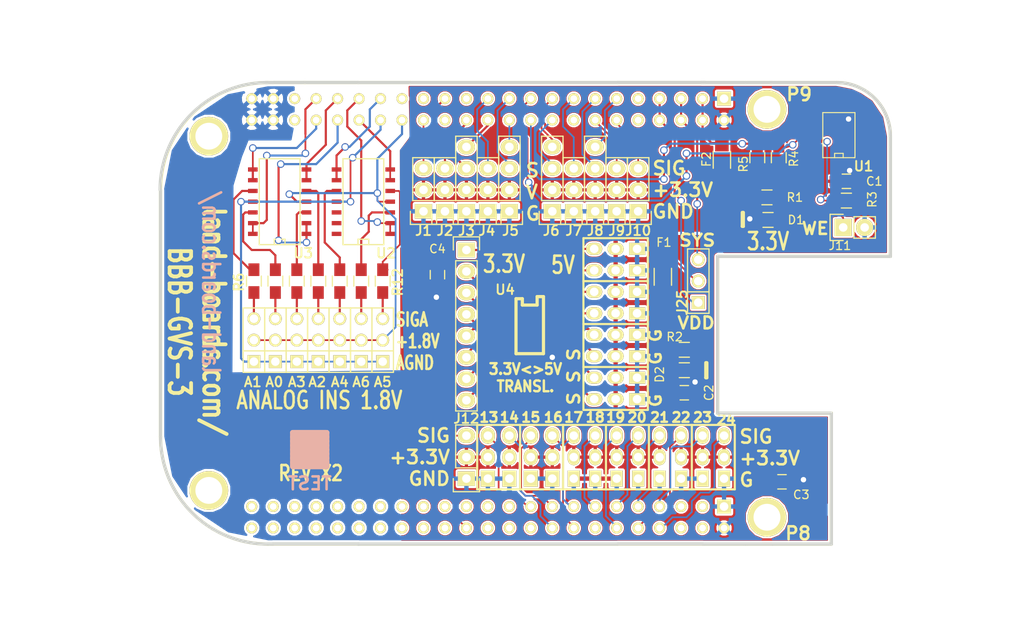
<source format=kicad_pcb>
(kicad_pcb (version 4) (host pcbnew 4.0.5)
  (title_block (title "Prototype cape for BeagleBone") (date "17 aug 2014") (rev 0.3) (company "Jacek Radzikowski <jacek.radzikowski@gmail.com>"))
  (layers (0 Front signal) (31 Back signal) (36 B.SilkS user) (37 F.SilkS user) (38 B.Mask user) (39 F.Mask user) (44 Edge.Cuts user))
  (net 0 "")
  (net 1 GND)
  (net 2 VDD_3V3EXP)
  (net 3 VDD_5V)
  (net 4 VDD_5V-UF)
  (net 5 VDD_3V3-UF)
  (net 6 SYS_5V)
  (net 7 GNDA_ADC)
  (net 8 AIN6)
  (net 9 AIN5)
  (net 10 AIN2)
  (net 11 AIN1)
  (net 12 "Net-(D1-Pad1)")
  (net 13 "Net-(D2-Pad1)")
  (net 14 "Net-(F1-Pad2)")
  (net 15 VDD_ADC)
  (net 16 AIN4)
  (net 17 AIN3)
  (net 18 AIN0)
  (net 19 "Net-(P1-Pad1)")
  (net 20 "Net-(P1-Pad2)")
  (net 21 "Net-(P1-Pad3)")
  (net 22 "Net-(P1-Pad4)")
  (net 23 "Net-(P1-Pad5)")
  (net 24 "Net-(P1-Pad6)")
  (net 25 "Net-(P1-Pad7)")
  (net 26 "Net-(P1-Pad8)")
  (net 27 "Net-(R9-Pad1)")
  (net 28 "Net-(R10-Pad1)")
  (net 29 "Net-(R11-Pad1)")
  (net 30 "Net-(R12-Pad1)")
  (net 31 "/P9 Connector/UART4_RXD")
  (net 32 "/P9 Connector/GPIO1_28")
  (net 33 "/P9 Connector/UART4_TXD")
  (net 34 "/P9 Connector/EHRPWM1A")
  (net 35 "/P9 Connector/GPIO1_16")
  (net 36 "/P9 Connector/I2C1_SCL")
  (net 37 "/P9 Connector/I2C1_SDA")
  (net 38 "/P9 Connector/UART2_TXD")
  (net 39 "/P9 Connector/UART2_RXD")
  (net 40 "/P9 Connector/GPIO1_17")
  (net 41 "/P9 Connector/UART1_TXD")
  (net 42 "/P9 Connector/UART1_RXD")
  (net 43 "/P9 Connector/GPIO3_19")
  (net 44 "/P9 Connector/SPI1_D1")
  (net 45 I2C2_SCL)
  (net 46 I2C2_SDA)
  (net 47 "/P8 Connector/TIMER4")
  (net 48 "/P8 Connector/TIMER5")
  (net 49 "/P8 Connector/GPIO1_13")
  (net 50 "/P8 Connector/EHRPWM2B")
  (net 51 "/P8 Connector/GPIO1_15")
  (net 52 "/P8 Connector/GPIO0_27")
  (net 53 "/P8 Connector/EHRPWM2A")
  (net 54 "/P8 Connector/TIMER7")
  (net 55 "/P8 Connector/TIMER6")
  (net 56 "/P8 Connector/GPIO1_12")
  (net 57 "/P8 Connector/GPIO1_14")
  (net 58 "/P8 Connector/GPIO2_1")
  (net 59 "/P8 Connector/GPIO1_29")
  (net 60 "Net-(R6-Pad1)")
  (net 61 "Net-(R7-Pad1)")
  (net 62 "Net-(R8-Pad1)")
  (net 63 "Net-(A0-Pad3)")
  (net 64 "Net-(A1-Pad3)")
  (net 65 "Net-(A2-Pad3)")
  (net 66 "Net-(A3-Pad3)")
  (net 67 "Net-(A4-Pad3)")
  (net 68 "Net-(A5-Pad3)")
  (net 69 "Net-(A6-Pad3)")
  (net 70 "Net-(J11-Pad1)")
  (net 71 "Net-(J26-Pad3)")
  (net 72 "Net-(J26-Pad6)")
  (net 73 "Net-(J26-Pad9)")
  (net 74 "Net-(J26-Pad12)")
  (net 75 "Net-(J26-Pad15)")
  (net 76 "Net-(J26-Pad18)")
  (net 77 "Net-(J26-Pad21)")
  (net 78 "Net-(J26-Pad24)")
  (module PIN_ARRAY_3X1 (layer Front) (at 117.475 83.185 90)
    (fp_text reference A6 (at -4.953 0 180) (layer F.SilkS) (effects (font (size 1.143 1.143) (thickness 0.22225))))
    (fp_text value CONN_3 hide)
    (pad 1 thru_hole rect (at -2.54 0 90) (size 1.524 1.524) (drill 1.016) (layers *.Cu *.Mask F.SilkS) (net 7 GNDA_ADC))
    (pad 2 thru_hole circle (at 0 0 90) (size 1.524 1.524) (drill 1.016) (layers *.Cu *.Mask F.SilkS) (net 15 VDD_ADC))
    (pad 3 thru_hole circle (at 2.54 0 90) (size 1.524 1.524) (drill 1.016) (layers *.Cu *.Mask F.SilkS) (net 69 "Net-(A6-Pad3)"))
  )
  (module PIN_ARRAY_3X1 (layer Front) (at 120.015 83.185 90)
    (fp_text reference A5 (at -4.953 0 180) (layer F.SilkS) (effects (font (size 1.143 1.143) (thickness 0.22225))))
    (fp_text value CONN_3 hide)
    (pad 1 thru_hole rect (at -2.54 0 90) (size 1.524 1.524) (drill 1.016) (layers *.Cu *.Mask F.SilkS) (net 7 GNDA_ADC))
    (pad 2 thru_hole circle (at 0 0 90) (size 1.524 1.524) (drill 1.016) (layers *.Cu *.Mask F.SilkS) (net 15 VDD_ADC))
    (pad 3 thru_hole circle (at 2.54 0 90) (size 1.524 1.524) (drill 1.016) (layers *.Cu *.Mask F.SilkS) (net 68 "Net-(A5-Pad3)"))
  )
  (module PIN_ARRAY_3X1 (layer Front) (at 114.935 83.185 90)
    (fp_text reference A4 (at -4.953 0 180) (layer F.SilkS) (effects (font (size 1.143 1.143) (thickness 0.22225))))
    (fp_text value CONN_3 hide)
    (pad 1 thru_hole rect (at -2.54 0 90) (size 1.524 1.524) (drill 1.016) (layers *.Cu *.Mask F.SilkS) (net 7 GNDA_ADC))
    (pad 2 thru_hole circle (at 0 0 90) (size 1.524 1.524) (drill 1.016) (layers *.Cu *.Mask F.SilkS) (net 15 VDD_ADC))
    (pad 3 thru_hole circle (at 2.54 0 90) (size 1.524 1.524) (drill 1.016) (layers *.Cu *.Mask F.SilkS) (net 67 "Net-(A4-Pad3)"))
  )
  (module PIN_ARRAY_3X1 (layer Front) (at 107.315 83.185 90)
    (fp_text reference A0 (at -4.953 -0.127 180) (layer F.SilkS) (effects (font (size 1.143 1.143) (thickness 0.22225))))
    (fp_text value CONN_3 hide)
    (pad 1 thru_hole rect (at -2.54 0 90) (size 1.524 1.524) (drill 1.016) (layers *.Cu *.Mask F.SilkS) (net 7 GNDA_ADC))
    (pad 2 thru_hole circle (at 0 0 90) (size 1.524 1.524) (drill 1.016) (layers *.Cu *.Mask F.SilkS) (net 15 VDD_ADC))
    (pad 3 thru_hole circle (at 2.54 0 90) (size 1.524 1.524) (drill 1.016) (layers *.Cu *.Mask F.SilkS) (net 63 "Net-(A0-Pad3)"))
  )
  (module PIN_ARRAY_3X1 (layer Front) (at 104.775 83.185 90)
    (fp_text reference A1 (at -4.953 -0.127 180) (layer F.SilkS) (effects (font (size 1.143 1.143) (thickness 0.22225))))
    (fp_text value CONN_3 hide)
    (pad 1 thru_hole rect (at -2.54 0 90) (size 1.524 1.524) (drill 1.016) (layers *.Cu *.Mask F.SilkS) (net 7 GNDA_ADC))
    (pad 2 thru_hole circle (at 0 0 90) (size 1.524 1.524) (drill 1.016) (layers *.Cu *.Mask F.SilkS) (net 15 VDD_ADC))
    (pad 3 thru_hole circle (at 2.54 0 90) (size 1.524 1.524) (drill 1.016) (layers *.Cu *.Mask F.SilkS) (net 64 "Net-(A1-Pad3)"))
  )
  (module PIN_ARRAY_3X1 (layer Front) (at 109.855 83.185 90)
    (fp_text reference A3 (at -4.953 0 180) (layer F.SilkS) (effects (font (size 1.143 1.143) (thickness 0.22225))))
    (fp_text value CONN_3 hide)
    (pad 1 thru_hole rect (at -2.54 0 90) (size 1.524 1.524) (drill 1.016) (layers *.Cu *.Mask F.SilkS) (net 7 GNDA_ADC))
    (pad 2 thru_hole circle (at 0 0 90) (size 1.524 1.524) (drill 1.016) (layers *.Cu *.Mask F.SilkS) (net 15 VDD_ADC))
    (pad 3 thru_hole circle (at 2.54 0 90) (size 1.524 1.524) (drill 1.016) (layers *.Cu *.Mask F.SilkS) (net 66 "Net-(A3-Pad3)"))
  )
  (module PIN_ARRAY_3X1 (layer Front) (at 112.395 83.185 90)
    (fp_text reference A2 (at -4.953 -0.127 180) (layer F.SilkS) (effects (font (size 1.143 1.143) (thickness 0.22225))))
    (fp_text value CONN_3 hide)
    (pad 1 thru_hole rect (at -2.54 0 90) (size 1.524 1.524) (drill 1.016) (layers *.Cu *.Mask F.SilkS) (net 7 GNDA_ADC))
    (pad 2 thru_hole circle (at 0 0 90) (size 1.524 1.524) (drill 1.016) (layers *.Cu *.Mask F.SilkS) (net 15 VDD_ADC))
    (pad 3 thru_hole circle (at 2.54 0 90) (size 1.524 1.524) (drill 1.016) (layers *.Cu *.Mask F.SilkS) (net 65 "Net-(A2-Pad3)"))
  )
  (module PIN_ARRAY_3X1 (layer Front) (at 157.353 76.2 90)
    (fp_text reference J25 (at -2.54 -1.905 90) (layer F.SilkS) (effects (font (size 1.143 1.143) (thickness 0.22225))))
    (fp_text value CONN_3 hide)
    (pad 1 thru_hole rect (at -2.54 0 90) (size 1.524 1.524) (drill 1.016) (layers *.Cu *.Mask F.SilkS) (net 6 SYS_5V))
    (pad 2 thru_hole circle (at 0 0 90) (size 1.524 1.524) (drill 1.016) (layers *.Cu *.Mask F.SilkS) (net 14 "Net-(F1-Pad2)"))
    (pad 3 thru_hole circle (at 2.54 0 90) (size 1.524 1.524) (drill 1.016) (layers *.Cu *.Mask F.SilkS) (net 4 VDD_5V-UF))
  )
  (module FIDUCIAL (layer Front) (at 171.196 103.251)
    (fp_text reference FID1 hide)
    (fp_text value CONN_1 hide)
    (pad 1 smd circle (at 0 0) (size 1 1) (layers Front F.Mask) (clearance 1))
  )
  (module FIDUCIAL (layer Front) (at 136.6266 116.997501)
    (fp_text reference FID2 hide)
    (fp_text value CONN_1 hide)
    (pad 1 smd circle (at -39.5986 -53.497501) (size 1 1) (layers Front F.Mask) (clearance 1))
  )
  (module SOG20 (layer Front) (at 137.287 81.534 270)
    (fp_text reference U4 (at -4.318 2.794 360) (layer F.SilkS) (effects (font (size 1.143 1.143) (thickness 0.22225))))
    (fp_text value TXS0108EPWR hide)
    (pad 11 smd rect (at 2.95 -2.8 270) (size 0.25 1.55) (layers Front F.Mask) (net 1 GND))
    (pad 12 smd rect (at 2.275 -2.8 270) (size 0.25 1.55) (layers Front F.Mask) (net 71 "Net-(J26-Pad3)"))
    (pad 13 smd rect (at 1.625 -2.8 270) (size 0.25 1.55) (layers Front F.Mask) (net 72 "Net-(J26-Pad6)"))
    (pad 14 smd rect (at 0.975 -2.8 270) (size 0.25 1.55) (layers Front F.Mask) (net 73 "Net-(J26-Pad9)"))
    (pad 15 smd rect (at 0.325 -2.8 270) (size 0.25 1.55) (layers Front F.Mask) (net 74 "Net-(J26-Pad12)"))
    (pad 16 smd rect (at -0.325 -2.8 270) (size 0.25 1.55) (layers Front F.Mask) (net 75 "Net-(J26-Pad15)"))
    (pad 17 smd rect (at -0.975 -2.8 270) (size 0.25 1.55) (layers Front F.Mask) (net 76 "Net-(J26-Pad18)"))
    (pad 18 smd rect (at -1.625 -2.8 270) (size 0.25 1.55) (layers Front F.Mask) (net 77 "Net-(J26-Pad21)"))
    (pad 19 smd rect (at -2.275 -2.8 270) (size 0.25 1.55) (layers Front F.Mask) (net 3 VDD_5V))
    (pad 20 smd rect (at -2.925 -2.8 270) (size 0.25 1.55) (layers Front F.Mask) (net 78 "Net-(J26-Pad24)"))
    (pad 1 smd rect (at -2.925 2.8 270) (size 0.25 1.55) (layers Front F.Mask) (net 19 "Net-(P1-Pad1)"))
    (pad 2 smd rect (at -2.275 2.8 270) (size 0.25 1.55) (layers Front F.Mask) (net 2 VDD_3V3EXP))
    (pad 3 smd rect (at -1.625 2.8 270) (size 0.25 1.55) (layers Front F.Mask) (net 20 "Net-(P1-Pad2)"))
    (pad 4 smd rect (at -0.975 2.8 270) (size 0.25 1.55) (layers Front F.Mask) (net 21 "Net-(P1-Pad3)"))
    (pad 5 smd rect (at -0.325 2.8 270) (size 0.25 1.55) (layers Front F.Mask) (net 22 "Net-(P1-Pad4)"))
    (pad 6 smd rect (at 0.325 2.8 270) (size 0.25 1.55) (layers Front F.Mask) (net 23 "Net-(P1-Pad5)"))
    (pad 7 smd rect (at 0.975 2.8 270) (size 0.25 1.55) (layers Front F.Mask) (net 24 "Net-(P1-Pad6)"))
    (pad 8 smd rect (at 1.625 2.8 270) (size 0.25 1.55) (layers Front F.Mask) (net 25 "Net-(P1-Pad7)"))
    (pad 9 smd rect (at 2.275 2.8 270) (size 0.25 1.55) (layers Front F.Mask) (net 26 "Net-(P1-Pad8)"))
    (pad 10 smd rect (at 2.925 2.8 270) (size 0.25 1.55) (layers Front F.Mask) (net 2 VDD_3V3EXP))
  )
  (module dougsLib:SO8E-wider (layer Front) (at 173.99 58.928 90)
    (fp_text reference U1 (at -3.683 2.921 180) (layer F.SilkS) (effects (font (size 1.143 1.143) (thickness 0.22225))))
    (fp_text value I2C-EEPROM hide)
    (pad 8 smd rect (at -1.905 -2.794 90) (size 0.59944 1.651) (layers Front F.Mask) (net 2 VDD_3V3EXP))
    (pad 1 smd rect (at -1.905 2.794 90) (size 0.59944 1.651) (layers Front F.Mask) (net 1 GND))
    (pad 7 smd rect (at -0.635 -2.794 90) (size 0.59944 1.651) (layers Front F.Mask) (net 70 "Net-(J11-Pad1)"))
    (pad 6 smd rect (at 0.635 -2.794 90) (size 0.59944 1.651) (layers Front F.Mask) (net 45 I2C2_SCL))
    (pad 5 smd rect (at 1.905 -2.794 90) (size 0.59944 1.651) (layers Front F.Mask) (net 46 I2C2_SDA))
    (pad 2 smd rect (at -0.635 2.794 90) (size 0.59944 1.651) (layers Front F.Mask) (net 1 GND))
    (pad 3 smd rect (at 0.635 2.794 90) (size 0.59944 1.651) (layers Front F.Mask) (net 2 VDD_3V3EXP))
    (pad 4 smd rect (at 1.905 2.794 90) (size 0.59944 1.651) (layers Front F.Mask) (net 1 GND))
  )
  (module SMD_Packages:SOIC-14_N (layer Front) (at 117.602 66.802 90)
    (fp_text reference U2 (at -6.096 2.794 180) (layer F.SilkS) (effects (font (size 1.143 1.143) (thickness 0.22225))))
    (fp_text value MCP6004-I/SL hide)
    (pad 1 smd rect (at -3.81 3.302 90) (size 0.508 1.143) (layers Front F.Mask) (net 8 AIN6))
    (pad 2 smd rect (at -2.54 3.302 90) (size 0.508 1.143) (layers Front F.Mask) (net 8 AIN6))
    (pad 3 smd rect (at -1.27 3.302 90) (size 0.508 1.143) (layers Front F.Mask) (net 60 "Net-(R6-Pad1)"))
    (pad 4 smd rect (at 0 3.302 90) (size 0.508 1.143) (layers Front F.Mask) (net 15 VDD_ADC))
    (pad 5 smd rect (at 1.27 3.302 90) (size 0.508 1.143) (layers Front F.Mask) (net 62 "Net-(R8-Pad1)"))
    (pad 6 smd rect (at 2.54 3.302 90) (size 0.508 1.143) (layers Front F.Mask) (net 9 AIN5))
    (pad 7 smd rect (at 3.81 3.302 90) (size 0.508 1.143) (layers Front F.Mask) (net 9 AIN5))
    (pad 8 smd rect (at 3.81 -3.048 90) (size 0.508 1.143) (layers Front F.Mask) (net 16 AIN4))
    (pad 9 smd rect (at 2.54 -3.048 90) (size 0.508 1.143) (layers Front F.Mask) (net 16 AIN4))
    (pad 11 smd rect (at 0 -3.048 90) (size 0.508 1.143) (layers Front F.Mask) (net 7 GNDA_ADC))
    (pad 12 smd rect (at -1.27 -3.048 90) (size 0.508 1.143) (layers Front F.Mask))
    (pad 13 smd rect (at -2.54 -3.048 90) (size 0.508 1.143) (layers Front F.Mask))
    (pad 14 smd rect (at -3.81 -3.048 90) (size 0.508 1.143) (layers Front F.Mask))
    (pad 10 smd rect (at 1.27 -3.048 90) (size 0.508 1.143) (layers Front F.Mask) (net 28 "Net-(R10-Pad1)"))
  )
  (module SMD_Packages:SOIC-14_N (layer Front) (at 107.696 66.802 90)
    (fp_text reference U3 (at -6.096 2.921 180) (layer F.SilkS) (effects (font (size 1.143 1.143) (thickness 0.22225))))
    (fp_text value MCP6004-I/SL hide)
    (pad 1 smd rect (at -3.81 3.302 90) (size 0.508 1.143) (layers Front F.Mask) (net 17 AIN3))
    (pad 2 smd rect (at -2.54 3.302 90) (size 0.508 1.143) (layers Front F.Mask) (net 17 AIN3))
    (pad 3 smd rect (at -1.27 3.302 90) (size 0.508 1.143) (layers Front F.Mask) (net 30 "Net-(R12-Pad1)"))
    (pad 4 smd rect (at 0 3.302 90) (size 0.508 1.143) (layers Front F.Mask) (net 15 VDD_ADC))
    (pad 5 smd rect (at 1.27 3.302 90) (size 0.508 1.143) (layers Front F.Mask) (net 61 "Net-(R7-Pad1)"))
    (pad 6 smd rect (at 2.54 3.302 90) (size 0.508 1.143) (layers Front F.Mask) (net 10 AIN2))
    (pad 7 smd rect (at 3.81 3.302 90) (size 0.508 1.143) (layers Front F.Mask) (net 10 AIN2))
    (pad 8 smd rect (at 3.81 -3.048 90) (size 0.508 1.143) (layers Front F.Mask) (net 11 AIN1))
    (pad 9 smd rect (at 2.54 -3.048 90) (size 0.508 1.143) (layers Front F.Mask) (net 11 AIN1))
    (pad 11 smd rect (at 0 -3.048 90) (size 0.508 1.143) (layers Front F.Mask) (net 7 GNDA_ADC))
    (pad 12 smd rect (at -1.27 -3.048 90) (size 0.508 1.143) (layers Front F.Mask) (net 29 "Net-(R11-Pad1)"))
    (pad 13 smd rect (at -2.54 -3.048 90) (size 0.508 1.143) (layers Front F.Mask) (net 18 AIN0))
    (pad 14 smd rect (at -3.81 -3.048 90) (size 0.508 1.143) (layers Front F.Mask) (net 18 AIN0))
    (pad 10 smd rect (at 1.27 -3.048 90) (size 0.508 1.143) (layers Front F.Mask) (net 27 "Net-(R9-Pad1)"))
  )
  (module Pin_Headers:Pin_Header_Straight_1x08 (layer Front) (at 129.921 72.517)
    (fp_text reference P1 hide)
    (fp_text value CONN_8 hide)
    (pad 1 thru_hole rect (at 0 0) (size 2.032 1.7272) (drill 1.016) (layers *.Cu *.Mask F.SilkS) (net 19 "Net-(P1-Pad1)"))
    (pad 2 thru_hole oval (at 0 2.54) (size 2.032 1.7272) (drill 1.016) (layers *.Cu *.Mask F.SilkS) (net 20 "Net-(P1-Pad2)"))
    (pad 3 thru_hole oval (at 0 5.08) (size 2.032 1.7272) (drill 1.016) (layers *.Cu *.Mask F.SilkS) (net 21 "Net-(P1-Pad3)"))
    (pad 4 thru_hole oval (at 0 7.62) (size 2.032 1.7272) (drill 1.016) (layers *.Cu *.Mask F.SilkS) (net 22 "Net-(P1-Pad4)"))
    (pad 5 thru_hole oval (at 0 10.16) (size 2.032 1.7272) (drill 1.016) (layers *.Cu *.Mask F.SilkS) (net 23 "Net-(P1-Pad5)"))
    (pad 6 thru_hole oval (at 0 12.7) (size 2.032 1.7272) (drill 1.016) (layers *.Cu *.Mask F.SilkS) (net 24 "Net-(P1-Pad6)"))
    (pad 7 thru_hole oval (at 0 15.24) (size 2.032 1.7272) (drill 1.016) (layers *.Cu *.Mask F.SilkS) (net 25 "Net-(P1-Pad7)"))
    (pad 8 thru_hole oval (at 0 17.78) (size 2.032 1.7272) (drill 1.016) (layers *.Cu *.Mask F.SilkS) (net 26 "Net-(P1-Pad8)"))
  )
  (module Resistors_SMD:R_0805_HandSoldering (layer Front) (at 117.475 76.2 270)
    (fp_text reference R6 (at 0.127 14.478 450) (layer F.SilkS) (effects (font (size 1.143 1.143) (thickness 0.22225))))
    (fp_text value 10K hide)
    (pad 1 smd rect (at -1.35 0 270) (size 1.5 1.3) (layers Front F.Mask) (net 60 "Net-(R6-Pad1)"))
    (pad 2 smd rect (at 1.35 0 270) (size 1.5 1.3) (layers Front F.Mask) (net 69 "Net-(A6-Pad3)"))
  )
  (module Resistors_SMD:R_0805_HandSoldering (layer Front) (at 112.395 76.2 270)
    (fp_text reference R7 hide)
    (fp_text value 10K hide)
    (pad 1 smd rect (at -1.35 0 270) (size 1.5 1.3) (layers Front F.Mask) (net 61 "Net-(R7-Pad1)"))
    (pad 2 smd rect (at 1.35 0 270) (size 1.5 1.3) (layers Front F.Mask) (net 65 "Net-(A2-Pad3)"))
  )
  (module Resistors_SMD:R_0805_HandSoldering (layer Front) (at 120.015 76.2 270)
    (fp_text reference R8 hide)
    (fp_text value 10K hide)
    (pad 1 smd rect (at -1.35 0 270) (size 1.5 1.3) (layers Front F.Mask) (net 62 "Net-(R8-Pad1)"))
    (pad 2 smd rect (at 1.35 0 270) (size 1.5 1.3) (layers Front F.Mask) (net 68 "Net-(A5-Pad3)"))
  )
  (module Resistors_SMD:R_0805_HandSoldering (layer Front) (at 104.775 76.2 270)
    (fp_text reference R9 hide)
    (fp_text value 10K hide)
    (pad 1 smd rect (at -1.35 0 270) (size 1.5 1.3) (layers Front F.Mask) (net 27 "Net-(R9-Pad1)"))
    (pad 2 smd rect (at 1.35 0 270) (size 1.5 1.3) (layers Front F.Mask) (net 64 "Net-(A1-Pad3)"))
  )
  (module Resistors_SMD:R_0805_HandSoldering (layer Front) (at 114.935 76.2 270)
    (fp_text reference R10 hide)
    (fp_text value 10K hide)
    (pad 1 smd rect (at -1.35 0 270) (size 1.5 1.3) (layers Front F.Mask) (net 28 "Net-(R10-Pad1)"))
    (pad 2 smd rect (at 1.35 0 270) (size 1.5 1.3) (layers Front F.Mask) (net 67 "Net-(A4-Pad3)"))
  )
  (module Resistors_SMD:R_0805_HandSoldering (layer Front) (at 107.315 76.2 270)
    (fp_text reference R11 hide)
    (fp_text value 10K hide)
    (pad 1 smd rect (at -1.35 0 270) (size 1.5 1.3) (layers Front F.Mask) (net 29 "Net-(R11-Pad1)"))
    (pad 2 smd rect (at 1.35 0 270) (size 1.5 1.3) (layers Front F.Mask) (net 63 "Net-(A0-Pad3)"))
  )
  (module Resistors_SMD:R_0805_HandSoldering (layer Front) (at 109.855 76.2 270)
    (fp_text reference R12 (at 0.127 -11.938 450) (layer F.SilkS) (effects (font (size 1.143 1.143) (thickness 0.22225))))
    (fp_text value 10K hide)
    (pad 1 smd rect (at -1.35 0 270) (size 1.5 1.3) (layers Front F.Mask) (net 30 "Net-(R12-Pad1)"))
    (pad 2 smd rect (at 1.35 0 270) (size 1.5 1.3) (layers Front F.Mask) (net 66 "Net-(A3-Pad3)"))
  )
  (module Pin_Headers:Pin_Header_Straight_1x03 (layer Front) (at 129.921 99.568 180)
    (fp_text reference J12 (at 0 7.112 180) (layer F.SilkS) (effects (font (size 1.143 1.143) (thickness 0.22225))))
    (fp_text value CONN_3 hide)
    (pad 1 thru_hole rect (at 0 0 180) (size 2.032 1.7272) (drill 1.016) (layers *.Cu *.Mask F.SilkS) (net 1 GND))
    (pad 2 thru_hole oval (at 0 2.54 180) (size 2.032 1.7272) (drill 1.016) (layers *.Cu *.Mask F.SilkS) (net 2 VDD_3V3EXP))
    (pad 3 thru_hole oval (at 0 5.08 180) (size 2.032 1.7272) (drill 1.016) (layers *.Cu *.Mask F.SilkS) (net 59 "/P8 Connector/GPIO1_29"))
  )
  (module Pin_Headers:Pin_Header_Straight_1x04 (layer Front) (at 129.921 67.945 180)
    (fp_text reference J3 (at 0 -2.286 180) (layer F.SilkS) (effects (font (size 1.143 1.143) (thickness 0.22225))))
    (fp_text value CONN_4 hide)
    (pad 1 thru_hole rect (at 0 0 180) (size 2.032 1.7272) (drill 1.016) (layers *.Cu *.Mask F.SilkS) (net 1 GND))
    (pad 2 thru_hole oval (at 0 2.54 180) (size 2.032 1.7272) (drill 1.016) (layers *.Cu *.Mask F.SilkS) (net 2 VDD_3V3EXP))
    (pad 3 thru_hole oval (at 0 5.08 180) (size 2.032 1.7272) (drill 1.016) (layers *.Cu *.Mask F.SilkS) (net 42 "/P9 Connector/UART1_RXD"))
    (pad 4 thru_hole oval (at 0 7.62 180) (size 2.032 1.7272) (drill 1.016) (layers *.Cu *.Mask F.SilkS) (net 41 "/P9 Connector/UART1_TXD"))
  )
  (module Pin_Headers:Pin_Header_Straight_1x04 (layer Front) (at 145.161 67.945 180)
    (fp_text reference J8 (at 0 -2.286 180) (layer F.SilkS) (effects (font (size 1.143 1.143) (thickness 0.22225))))
    (fp_text value CONN_4 hide)
    (pad 1 thru_hole rect (at 0 0 180) (size 2.032 1.7272) (drill 1.016) (layers *.Cu *.Mask F.SilkS) (net 1 GND))
    (pad 2 thru_hole oval (at 0 2.54 180) (size 2.032 1.7272) (drill 1.016) (layers *.Cu *.Mask F.SilkS) (net 2 VDD_3V3EXP))
    (pad 3 thru_hole oval (at 0 5.08 180) (size 2.032 1.7272) (drill 1.016) (layers *.Cu *.Mask F.SilkS) (net 33 "/P9 Connector/UART4_TXD"))
    (pad 4 thru_hole oval (at 0 7.62 180) (size 2.032 1.7272) (drill 1.016) (layers *.Cu *.Mask F.SilkS) (net 31 "/P9 Connector/UART4_RXD"))
  )
  (module Pin_Headers:Pin_Header_Straight_1x04 (layer Front) (at 140.081 67.945 180)
    (fp_text reference J6 (at 0.127 -2.286 180) (layer F.SilkS) (effects (font (size 1.143 1.143) (thickness 0.22225))))
    (fp_text value CONN_4 hide)
    (pad 1 thru_hole rect (at 0 0 180) (size 2.032 1.7272) (drill 1.016) (layers *.Cu *.Mask F.SilkS) (net 1 GND))
    (pad 2 thru_hole oval (at 0 2.54 180) (size 2.032 1.7272) (drill 1.016) (layers *.Cu *.Mask F.SilkS) (net 2 VDD_3V3EXP))
    (pad 3 thru_hole oval (at 0 5.08 180) (size 2.032 1.7272) (drill 1.016) (layers *.Cu *.Mask F.SilkS) (net 37 "/P9 Connector/I2C1_SDA"))
    (pad 4 thru_hole oval (at 0 7.62 180) (size 2.032 1.7272) (drill 1.016) (layers *.Cu *.Mask F.SilkS) (net 36 "/P9 Connector/I2C1_SCL"))
  )
  (module Pin_Headers:Pin_Header_Straight_1x04 (layer Front) (at 135.001 67.945 180)
    (fp_text reference J5 (at -0.127 -2.286 180) (layer F.SilkS) (effects (font (size 1.143 1.143) (thickness 0.22225))))
    (fp_text value CONN_4 hide)
    (pad 1 thru_hole rect (at 0 0 180) (size 2.032 1.7272) (drill 1.016) (layers *.Cu *.Mask F.SilkS) (net 1 GND))
    (pad 2 thru_hole oval (at 0 2.54 180) (size 2.032 1.7272) (drill 1.016) (layers *.Cu *.Mask F.SilkS) (net 2 VDD_3V3EXP))
    (pad 3 thru_hole oval (at 0 5.08 180) (size 2.032 1.7272) (drill 1.016) (layers *.Cu *.Mask F.SilkS) (net 38 "/P9 Connector/UART2_TXD"))
    (pad 4 thru_hole oval (at 0 7.62 180) (size 2.032 1.7272) (drill 1.016) (layers *.Cu *.Mask F.SilkS) (net 39 "/P9 Connector/UART2_RXD"))
  )
  (module Pin_Headers:Pin_Header_Straight_1x03 (layer Front) (at 142.621 67.945 180)
    (fp_text reference J7 (at 0 -2.286 180) (layer F.SilkS) (effects (font (size 1.143 1.143) (thickness 0.22225))))
    (fp_text value CONN_3 hide)
    (pad 1 thru_hole rect (at 0 0 180) (size 2.032 1.7272) (drill 1.016) (layers *.Cu *.Mask F.SilkS) (net 1 GND))
    (pad 2 thru_hole oval (at 0 2.54 180) (size 2.032 1.7272) (drill 1.016) (layers *.Cu *.Mask F.SilkS) (net 2 VDD_3V3EXP))
    (pad 3 thru_hole oval (at 0 5.08 180) (size 2.032 1.7272) (drill 1.016) (layers *.Cu *.Mask F.SilkS) (net 35 "/P9 Connector/GPIO1_16"))
  )
  (module Pin_Headers:Pin_Header_Straight_1x03 (layer Front) (at 132.461 67.945 180)
    (fp_text reference J4 (at 0.127 -2.286 180) (layer F.SilkS) (effects (font (size 1.143 1.143) (thickness 0.22225))))
    (fp_text value CONN_3 hide)
    (pad 1 thru_hole rect (at 0 0 180) (size 2.032 1.7272) (drill 1.016) (layers *.Cu *.Mask F.SilkS) (net 1 GND))
    (pad 2 thru_hole oval (at 0 2.54 180) (size 2.032 1.7272) (drill 1.016) (layers *.Cu *.Mask F.SilkS) (net 2 VDD_3V3EXP))
    (pad 3 thru_hole oval (at 0 5.08 180) (size 2.032 1.7272) (drill 1.016) (layers *.Cu *.Mask F.SilkS) (net 40 "/P9 Connector/GPIO1_17"))
  )
  (module Pin_Headers:Pin_Header_Straight_1x03 (layer Front) (at 127.381 67.945 180)
    (fp_text reference J2 (at 0 -2.286 180) (layer F.SilkS) (effects (font (size 1.143 1.143) (thickness 0.22225))))
    (fp_text value CONN_3 hide)
    (pad 1 thru_hole rect (at 0 0 180) (size 2.032 1.7272) (drill 1.016) (layers *.Cu *.Mask F.SilkS) (net 1 GND))
    (pad 2 thru_hole oval (at 0 2.54 180) (size 2.032 1.7272) (drill 1.016) (layers *.Cu *.Mask F.SilkS) (net 2 VDD_3V3EXP))
    (pad 3 thru_hole oval (at 0 5.08 180) (size 2.032 1.7272) (drill 1.016) (layers *.Cu *.Mask F.SilkS) (net 43 "/P9 Connector/GPIO3_19"))
  )
  (module Pin_Headers:Pin_Header_Straight_1x03 (layer Front) (at 150.241 67.945 180)
    (fp_text reference J10 (at 0 -2.286 180) (layer F.SilkS) (effects (font (size 1.143 1.143) (thickness 0.22225))))
    (fp_text value CONN_3 hide)
    (pad 1 thru_hole rect (at 0 0 180) (size 2.032 1.7272) (drill 1.016) (layers *.Cu *.Mask F.SilkS) (net 1 GND))
    (pad 2 thru_hole oval (at 0 2.54 180) (size 2.032 1.7272) (drill 1.016) (layers *.Cu *.Mask F.SilkS) (net 2 VDD_3V3EXP))
    (pad 3 thru_hole oval (at 0 5.08 180) (size 2.032 1.7272) (drill 1.016) (layers *.Cu *.Mask F.SilkS) (net 32 "/P9 Connector/GPIO1_28"))
  )
  (module Pin_Headers:Pin_Header_Straight_1x03 (layer Front) (at 147.701 67.945 180)
    (fp_text reference J9 (at 0 -2.286 180) (layer F.SilkS) (effects (font (size 1.143 1.143) (thickness 0.22225))))
    (fp_text value CONN_3 hide)
    (pad 1 thru_hole rect (at 0 0 180) (size 2.032 1.7272) (drill 1.016) (layers *.Cu *.Mask F.SilkS) (net 1 GND))
    (pad 2 thru_hole oval (at 0 2.54 180) (size 2.032 1.7272) (drill 1.016) (layers *.Cu *.Mask F.SilkS) (net 2 VDD_3V3EXP))
    (pad 3 thru_hole oval (at 0 5.08 180) (size 2.032 1.7272) (drill 1.016) (layers *.Cu *.Mask F.SilkS) (net 34 "/P9 Connector/EHRPWM1A"))
  )
  (module Pin_Headers:Pin_Header_Straight_1x03 (layer Front) (at 124.841 67.945 180)
    (fp_text reference J1 (at 0 -2.286 180) (layer F.SilkS) (effects (font (size 1.143 1.143) (thickness 0.22225))))
    (fp_text value CONN_3 hide)
    (pad 1 thru_hole rect (at 0 0 180) (size 2.032 1.7272) (drill 1.016) (layers *.Cu *.Mask F.SilkS) (net 1 GND))
    (pad 2 thru_hole oval (at 0 2.54 180) (size 2.032 1.7272) (drill 1.016) (layers *.Cu *.Mask F.SilkS) (net 2 VDD_3V3EXP))
    (pad 3 thru_hole oval (at 0 5.08 180) (size 2.032 1.7272) (drill 1.016) (layers *.Cu *.Mask F.SilkS) (net 44 "/P9 Connector/SPI1_D1"))
  )
  (module dougsLib:BEAGLEBONE (layer Front) (at 136.906 80.01)
    (fp_text reference BRD1 hide)
    (fp_text value BEAGLEBONE hide)
    (pad M1 thru_hole circle (at -37.465 -20.955) (size 4.572 4.572) (drill 3.175) (layers *.Cu *.Mask F.SilkS))
    (pad M2 thru_hole circle (at 28.575 -24.13) (size 4.572 4.572) (drill 3.175) (layers *.Cu *.Mask F.SilkS))
    (pad M3 thru_hole circle (at 28.575 24.13) (size 4.572 4.572) (drill 3.175) (layers *.Cu *.Mask F.SilkS))
    (pad M4 thru_hole circle (at -37.465 20.955) (size 4.572 4.572) (drill 3.175) (layers *.Cu *.Mask F.SilkS))
    (pad C1 thru_hole rect (at 23.495 -25.4) (size 1.651 1.651) (drill 1.016) (layers *.Cu *.Mask F.SilkS) (net 1 GND))
    (pad C2 thru_hole circle (at 23.495 -22.86) (size 1.30048 1.30048) (drill 0.8001) (layers *.Cu *.Mask F.SilkS) (net 1 GND))
    (pad C3 thru_hole circle (at 20.955 -25.4) (size 1.30048 1.30048) (drill 0.8001) (layers *.Cu *.Mask F.SilkS) (net 5 VDD_3V3-UF))
    (pad C4 thru_hole circle (at 20.955 -22.86) (size 1.30048 1.30048) (drill 0.8001) (layers *.Cu *.Mask F.SilkS) (net 5 VDD_3V3-UF))
    (pad C5 thru_hole circle (at 18.415 -25.4) (size 1.30048 1.30048) (drill 0.8001) (layers *.Cu *.Mask F.SilkS) (net 4 VDD_5V-UF))
    (pad C6 thru_hole circle (at 18.415 -22.86) (size 1.30048 1.30048) (drill 0.8001) (layers *.Cu *.Mask F.SilkS) (net 4 VDD_5V-UF))
    (pad C7 thru_hole circle (at 15.875 -25.4) (size 1.30048 1.30048) (drill 0.8001) (layers *.Cu *.Mask F.SilkS) (net 6 SYS_5V))
    (pad C8 thru_hole circle (at 15.875 -22.86) (size 1.30048 1.30048) (drill 0.8001) (layers *.Cu *.Mask F.SilkS) (net 6 SYS_5V))
    (pad C9 thru_hole circle (at 13.335 -25.4) (size 1.30048 1.30048) (drill 0.8001) (layers *.Cu *.Mask F.SilkS))
    (pad C10 thru_hole circle (at 13.335 -22.86) (size 1.30048 1.30048) (drill 0.8001) (layers *.Cu *.Mask F.SilkS))
    (pad C11 thru_hole circle (at 10.795 -25.4) (size 1.30048 1.30048) (drill 0.8001) (layers *.Cu *.Mask F.SilkS) (net 31 "/P9 Connector/UART4_RXD"))
    (pad C12 thru_hole circle (at 10.795 -22.86) (size 1.30048 1.30048) (drill 0.8001) (layers *.Cu *.Mask F.SilkS) (net 32 "/P9 Connector/GPIO1_28"))
    (pad C13 thru_hole circle (at 8.255 -25.4) (size 1.30048 1.30048) (drill 0.8001) (layers *.Cu *.Mask F.SilkS) (net 33 "/P9 Connector/UART4_TXD"))
    (pad C14 thru_hole circle (at 8.255 -22.86) (size 1.30048 1.30048) (drill 0.8001) (layers *.Cu *.Mask F.SilkS) (net 34 "/P9 Connector/EHRPWM1A"))
    (pad C15 thru_hole circle (at 5.715 -25.4) (size 1.30048 1.30048) (drill 0.8001) (layers *.Cu *.Mask F.SilkS) (net 35 "/P9 Connector/GPIO1_16"))
    (pad C16 thru_hole circle (at 5.715 -22.86) (size 1.30048 1.30048) (drill 0.8001) (layers *.Cu *.Mask F.SilkS))
    (pad C17 thru_hole circle (at 3.175 -25.4) (size 1.30048 1.30048) (drill 0.8001) (layers *.Cu *.Mask F.SilkS) (net 36 "/P9 Connector/I2C1_SCL"))
    (pad C18 thru_hole circle (at 3.175 -22.86) (size 1.30048 1.30048) (drill 0.8001) (layers *.Cu *.Mask F.SilkS) (net 37 "/P9 Connector/I2C1_SDA"))
    (pad C19 thru_hole circle (at 0.635 -25.4) (size 1.30048 1.30048) (drill 0.8001) (layers *.Cu *.Mask F.SilkS) (net 45 I2C2_SCL))
    (pad C20 thru_hole circle (at 0.635 -22.86) (size 1.30048 1.30048) (drill 0.8001) (layers *.Cu *.Mask F.SilkS) (net 46 I2C2_SDA))
    (pad C21 thru_hole circle (at -1.905 -25.4) (size 1.30048 1.30048) (drill 0.8001) (layers *.Cu *.Mask F.SilkS) (net 38 "/P9 Connector/UART2_TXD"))
    (pad C22 thru_hole circle (at -1.905 -22.86) (size 1.30048 1.30048) (drill 0.8001) (layers *.Cu *.Mask F.SilkS) (net 39 "/P9 Connector/UART2_RXD"))
    (pad C23 thru_hole circle (at -4.445 -25.4) (size 1.30048 1.30048) (drill 0.8001) (layers *.Cu *.Mask F.SilkS) (net 40 "/P9 Connector/GPIO1_17"))
    (pad C24 thru_hole circle (at -4.445 -22.86) (size 1.30048 1.30048) (drill 0.8001) (layers *.Cu *.Mask F.SilkS) (net 41 "/P9 Connector/UART1_TXD"))
    (pad C25 thru_hole circle (at -6.985 -25.4) (size 1.30048 1.30048) (drill 0.8001) (layers *.Cu *.Mask F.SilkS))
    (pad C26 thru_hole circle (at -6.985 -22.86) (size 1.30048 1.30048) (drill 0.8001) (layers *.Cu *.Mask F.SilkS) (net 42 "/P9 Connector/UART1_RXD"))
    (pad C27 thru_hole circle (at -9.525 -25.4) (size 1.30048 1.30048) (drill 0.8001) (layers *.Cu *.Mask F.SilkS) (net 43 "/P9 Connector/GPIO3_19"))
    (pad C28 thru_hole circle (at -9.525 -22.86) (size 1.30048 1.30048) (drill 0.8001) (layers *.Cu *.Mask F.SilkS))
    (pad C29 thru_hole circle (at -12.065 -25.4) (size 1.30048 1.30048) (drill 0.8001) (layers *.Cu *.Mask F.SilkS))
    (pad C30 thru_hole circle (at -12.065 -22.86) (size 1.30048 1.30048) (drill 0.8001) (layers *.Cu *.Mask F.SilkS) (net 44 "/P9 Connector/SPI1_D1"))
    (pad C31 thru_hole circle (at -14.605 -25.4) (size 1.30048 1.30048) (drill 0.8001) (layers *.Cu *.Mask F.SilkS))
    (pad C32 thru_hole circle (at -14.605 -22.86) (size 1.30048 1.30048) (drill 0.8001) (layers *.Cu *.Mask F.SilkS) (net 15 VDD_ADC))
    (pad C33 thru_hole circle (at -17.145 -25.4) (size 1.30048 1.30048) (drill 0.8001) (layers *.Cu *.Mask F.SilkS) (net 16 AIN4))
    (pad C34 thru_hole circle (at -17.145 -22.86) (size 1.30048 1.30048) (drill 0.8001) (layers *.Cu *.Mask F.SilkS) (net 7 GNDA_ADC))
    (pad C35 thru_hole circle (at -19.685 -25.4) (size 1.30048 1.30048) (drill 0.8001) (layers *.Cu *.Mask F.SilkS) (net 8 AIN6))
    (pad C36 thru_hole circle (at -19.685 -22.86) (size 1.30048 1.30048) (drill 0.8001) (layers *.Cu *.Mask F.SilkS) (net 9 AIN5))
    (pad C37 thru_hole circle (at -22.225 -25.4) (size 1.30048 1.30048) (drill 0.8001) (layers *.Cu *.Mask F.SilkS) (net 10 AIN2))
    (pad C38 thru_hole circle (at -22.225 -22.86) (size 1.30048 1.30048) (drill 0.8001) (layers *.Cu *.Mask F.SilkS) (net 17 AIN3))
    (pad C39 thru_hole circle (at -24.765 -25.4) (size 1.30048 1.30048) (drill 0.8001) (layers *.Cu *.Mask F.SilkS) (net 18 AIN0))
    (pad C40 thru_hole circle (at -24.765 -22.86) (size 1.30048 1.30048) (drill 0.8001) (layers *.Cu *.Mask F.SilkS) (net 11 AIN1))
    (pad C41 thru_hole circle (at -27.305 -25.4) (size 1.30048 1.30048) (drill 0.8001) (layers *.Cu *.Mask F.SilkS))
    (pad C42 thru_hole circle (at -27.305 -22.86) (size 1.30048 1.30048) (drill 0.8001) (layers *.Cu *.Mask F.SilkS))
    (pad C43 thru_hole circle (at -29.845 -25.4) (size 1.30048 1.30048) (drill 0.8001) (layers *.Cu *.Mask F.SilkS) (net 1 GND))
    (pad C44 thru_hole circle (at -29.845 -22.86) (size 1.30048 1.30048) (drill 0.8001) (layers *.Cu *.Mask F.SilkS) (net 1 GND))
    (pad C45 thru_hole circle (at -32.385 -25.4) (size 1.30048 1.30048) (drill 0.8001) (layers *.Cu *.Mask F.SilkS) (net 1 GND))
    (pad C46 thru_hole circle (at -32.385 -22.86) (size 1.30048 1.30048) (drill 0.8001) (layers *.Cu *.Mask F.SilkS) (net 1 GND))
    (pad B1 thru_hole rect (at 23.495 22.86) (size 1.651 1.651) (drill 1.016) (layers *.Cu *.Mask F.SilkS) (net 1 GND))
    (pad B2 thru_hole circle (at 23.495 25.4) (size 1.30048 1.30048) (drill 0.8001) (layers *.Cu *.Mask F.SilkS) (net 1 GND))
    (pad B3 thru_hole circle (at 20.955 22.86) (size 1.30048 1.30048) (drill 0.8001) (layers *.Cu *.Mask F.SilkS))
    (pad B4 thru_hole circle (at 20.955 25.4) (size 1.30048 1.30048) (drill 0.8001) (layers *.Cu *.Mask F.SilkS))
    (pad B5 thru_hole circle (at 18.415 22.86) (size 1.30048 1.30048) (drill 0.8001) (layers *.Cu *.Mask F.SilkS))
    (pad B6 thru_hole circle (at 18.415 25.4) (size 1.30048 1.30048) (drill 0.8001) (layers *.Cu *.Mask F.SilkS))
    (pad B7 thru_hole circle (at 15.875 22.86) (size 1.30048 1.30048) (drill 0.8001) (layers *.Cu *.Mask F.SilkS) (net 47 "/P8 Connector/TIMER4"))
    (pad B8 thru_hole circle (at 15.875 25.4) (size 1.30048 1.30048) (drill 0.8001) (layers *.Cu *.Mask F.SilkS) (net 54 "/P8 Connector/TIMER7"))
    (pad B9 thru_hole circle (at 13.335 22.86) (size 1.30048 1.30048) (drill 0.8001) (layers *.Cu *.Mask F.SilkS) (net 48 "/P8 Connector/TIMER5"))
    (pad B10 thru_hole circle (at 13.335 25.4) (size 1.30048 1.30048) (drill 0.8001) (layers *.Cu *.Mask F.SilkS) (net 55 "/P8 Connector/TIMER6"))
    (pad B11 thru_hole circle (at 10.795 22.86) (size 1.30048 1.30048) (drill 0.8001) (layers *.Cu *.Mask F.SilkS) (net 49 "/P8 Connector/GPIO1_13"))
    (pad B12 thru_hole circle (at 10.795 25.4) (size 1.30048 1.30048) (drill 0.8001) (layers *.Cu *.Mask F.SilkS) (net 56 "/P8 Connector/GPIO1_12"))
    (pad B13 thru_hole circle (at 8.255 22.86) (size 1.30048 1.30048) (drill 0.8001) (layers *.Cu *.Mask F.SilkS) (net 50 "/P8 Connector/EHRPWM2B"))
    (pad B14 thru_hole circle (at 8.255 25.4) (size 1.30048 1.30048) (drill 0.8001) (layers *.Cu *.Mask F.SilkS))
    (pad B15 thru_hole circle (at 5.715 22.86) (size 1.30048 1.30048) (drill 0.8001) (layers *.Cu *.Mask F.SilkS) (net 51 "/P8 Connector/GPIO1_15"))
    (pad B16 thru_hole circle (at 5.715 25.4) (size 1.30048 1.30048) (drill 0.8001) (layers *.Cu *.Mask F.SilkS) (net 57 "/P8 Connector/GPIO1_14"))
    (pad B17 thru_hole circle (at 3.175 22.86) (size 1.30048 1.30048) (drill 0.8001) (layers *.Cu *.Mask F.SilkS) (net 52 "/P8 Connector/GPIO0_27"))
    (pad B18 thru_hole circle (at 3.175 25.4) (size 1.30048 1.30048) (drill 0.8001) (layers *.Cu *.Mask F.SilkS) (net 58 "/P8 Connector/GPIO2_1"))
    (pad B19 thru_hole circle (at 0.635 22.86) (size 1.30048 1.30048) (drill 0.8001) (layers *.Cu *.Mask F.SilkS) (net 53 "/P8 Connector/EHRPWM2A"))
    (pad B20 thru_hole circle (at 0.635 25.4) (size 1.30048 1.30048) (drill 0.8001) (layers *.Cu *.Mask F.SilkS))
    (pad B21 thru_hole circle (at -1.905 22.86) (size 1.30048 1.30048) (drill 0.8001) (layers *.Cu *.Mask F.SilkS))
    (pad B22 thru_hole circle (at -1.905 25.4) (size 1.30048 1.30048) (drill 0.8001) (layers *.Cu *.Mask F.SilkS))
    (pad B23 thru_hole circle (at -4.445 22.86) (size 1.30048 1.30048) (drill 0.8001) (layers *.Cu *.Mask F.SilkS))
    (pad B24 thru_hole circle (at -4.445 25.4) (size 1.30048 1.30048) (drill 0.8001) (layers *.Cu *.Mask F.SilkS))
    (pad B25 thru_hole circle (at -6.985 22.86) (size 1.30048 1.30048) (drill 0.8001) (layers *.Cu *.Mask F.SilkS))
    (pad B26 thru_hole circle (at -6.985 25.4) (size 1.30048 1.30048) (drill 0.8001) (layers *.Cu *.Mask F.SilkS) (net 59 "/P8 Connector/GPIO1_29"))
    (pad B27 thru_hole circle (at -9.525 22.86) (size 1.30048 1.30048) (drill 0.8001) (layers *.Cu *.Mask F.SilkS))
    (pad B28 thru_hole circle (at -9.525 25.4) (size 1.30048 1.30048) (drill 0.8001) (layers *.Cu *.Mask F.SilkS))
    (pad B29 thru_hole circle (at -12.065 22.86) (size 1.30048 1.30048) (drill 0.8001) (layers *.Cu *.Mask F.SilkS))
    (pad B30 thru_hole circle (at -12.065 25.4) (size 1.30048 1.30048) (drill 0.8001) (layers *.Cu *.Mask F.SilkS))
    (pad B31 thru_hole circle (at -14.605 22.86) (size 1.30048 1.30048) (drill 0.8001) (layers *.Cu *.Mask F.SilkS))
    (pad B32 thru_hole circle (at -14.605 25.4) (size 1.30048 1.30048) (drill 0.8001) (layers *.Cu *.Mask F.SilkS))
    (pad B33 thru_hole circle (at -17.145 22.86) (size 1.30048 1.30048) (drill 0.8001) (layers *.Cu *.Mask F.SilkS))
    (pad B34 thru_hole circle (at -17.145 25.4) (size 1.30048 1.30048) (drill 0.8001) (layers *.Cu *.Mask F.SilkS))
    (pad B35 thru_hole circle (at -19.685 22.86) (size 1.30048 1.30048) (drill 0.8001) (layers *.Cu *.Mask F.SilkS))
    (pad B36 thru_hole circle (at -19.685 25.4) (size 1.30048 1.30048) (drill 0.8001) (layers *.Cu *.Mask F.SilkS))
    (pad B37 thru_hole circle (at -22.225 22.86) (size 1.30048 1.30048) (drill 0.8001) (layers *.Cu *.Mask F.SilkS))
    (pad B38 thru_hole circle (at -22.225 25.4) (size 1.30048 1.30048) (drill 0.8001) (layers *.Cu *.Mask F.SilkS))
    (pad B39 thru_hole circle (at -24.765 22.86) (size 1.30048 1.30048) (drill 0.8001) (layers *.Cu *.Mask F.SilkS))
    (pad B40 thru_hole circle (at -24.765 25.4) (size 1.30048 1.30048) (drill 0.8001) (layers *.Cu *.Mask F.SilkS))
    (pad B41 thru_hole circle (at -27.305 22.86) (size 1.30048 1.30048) (drill 0.8001) (layers *.Cu *.Mask F.SilkS))
    (pad B42 thru_hole circle (at -27.305 25.4) (size 1.30048 1.30048) (drill 0.8001) (layers *.Cu *.Mask F.SilkS))
    (pad B43 thru_hole circle (at -29.845 22.86) (size 1.30048 1.30048) (drill 0.8001) (layers *.Cu *.Mask F.SilkS))
    (pad B44 thru_hole circle (at -29.845 25.4) (size 1.30048 1.30048) (drill 0.8001) (layers *.Cu *.Mask F.SilkS))
    (pad B45 thru_hole circle (at -32.385 22.86) (size 1.30048 1.30048) (drill 0.8001) (layers *.Cu *.Mask F.SilkS))
    (pad B46 thru_hole circle (at -32.385 25.4) (size 1.30048 1.30048) (drill 0.8001) (layers *.Cu *.Mask F.SilkS))
  )
  (module Pin_Headers:Pin_Header_Straight_1x02 (layer Front) (at 174.498 69.85 90)
    (fp_text reference J11 (at -2.159 -0.381 180) (layer F.SilkS))
    (fp_text value CONN_2 hide)
    (pad 1 thru_hole rect (at 0 0 90) (size 2.032 2.032) (drill 1.016) (layers *.Cu *.Mask F.SilkS) (net 70 "Net-(J11-Pad1)"))
    (pad 2 thru_hole oval (at 0 2.54 90) (size 2.032 2.032) (drill 1.016) (layers *.Cu *.Mask F.SilkS) (net 1 GND))
  )
  (module Resistors_SMD:R_0805_HandSoldering (layer Front) (at 165.481 66.294)
    (fp_text reference R1 (at 3.302 0) (layer F.SilkS))
    (fp_text value 120 hide)
    (pad 1 smd rect (at -1.35 0) (size 1.5 1.3) (layers Front F.Mask) (net 2 VDD_3V3EXP))
    (pad 2 smd rect (at 1.35 0) (size 1.5 1.3) (layers Front F.Mask) (net 12 "Net-(D1-Pad1)"))
  )
  (module Resistors_SMD:R_0805_HandSoldering (layer Front) (at 155.702 84.328 180)
    (fp_text reference R2 (at 1.143 1.524 360) (layer F.SilkS))
    (fp_text value 330 hide)
    (pad 1 smd rect (at -1.35 0 180) (size 1.5 1.3) (layers Front F.Mask) (net 3 VDD_5V))
    (pad 2 smd rect (at 1.35 0 180) (size 1.5 1.3) (layers Front F.Mask) (net 13 "Net-(D2-Pad1)"))
  )
  (module Resistors_SMD:R_0805_HandSoldering (layer Front) (at 174.879 66.675 180)
    (fp_text reference R3 (at -3.048 0.127 270) (layer F.SilkS))
    (fp_text value 5.6K hide)
    (pad 1 smd rect (at -1.35 0 180) (size 1.5 1.3) (layers Front F.Mask) (net 2 VDD_3V3EXP))
    (pad 2 smd rect (at 1.35 0 180) (size 1.5 1.3) (layers Front F.Mask) (net 70 "Net-(J11-Pad1)"))
  )
  (module Resistors_SMD:R_0805_HandSoldering (layer Front) (at 166.878 61.595 90)
    (fp_text reference R4 (at -0.127 1.778 90) (layer F.SilkS))
    (fp_text value 5.6K hide)
    (pad 1 smd rect (at -1.35 0 90) (size 1.5 1.3) (layers Front F.Mask) (net 2 VDD_3V3EXP))
    (pad 2 smd rect (at 1.35 0 90) (size 1.5 1.3) (layers Front F.Mask) (net 45 I2C2_SCL))
  )
  (module Resistors_SMD:R_0805_HandSoldering (layer Front) (at 164.338 61.595 90)
    (fp_text reference R5 (at -0.762 -1.651 90) (layer F.SilkS))
    (fp_text value 5.6K hide)
    (pad 1 smd rect (at -1.35 0 90) (size 1.5 1.3) (layers Front F.Mask) (net 2 VDD_3V3EXP))
    (pad 2 smd rect (at 1.35 0 90) (size 1.5 1.3) (layers Front F.Mask) (net 46 I2C2_SDA))
  )
  (module Capacitors_SMD:C_0805_HandSoldering (layer Front) (at 174.879 64.389)
    (fp_text reference C1 (at 3.302 0) (layer F.SilkS))
    (fp_text value 1uF hide)
    (pad 1 smd rect (at -1.25 0) (size 1.5 1.25) (layers Front F.Mask) (net 2 VDD_3V3EXP))
    (pad 2 smd rect (at 1.25 0) (size 1.5 1.25) (layers Front F.Mask) (net 1 GND))
  )
  (module Capacitors_SMD:C_0805_HandSoldering (layer Front) (at 167.259 99.949)
    (fp_text reference C3 (at 2.286 1.524) (layer F.SilkS))
    (fp_text value 104 hide)
    (pad 1 smd rect (at -1.25 0) (size 1.5 1.25) (layers Front F.Mask) (net 2 VDD_3V3EXP))
    (pad 2 smd rect (at 1.25 0) (size 1.5 1.25) (layers Front F.Mask) (net 1 GND))
  )
  (module Capacitors_SMD:C_0805_HandSoldering (layer Front) (at 126.492 75.438 270)
    (fp_text reference C4 (at -3.048 0 360) (layer F.SilkS))
    (fp_text value 104 hide)
    (pad 1 smd rect (at -1.25 0 270) (size 1.5 1.25) (layers Front F.Mask) (net 2 VDD_3V3EXP))
    (pad 2 smd rect (at 1.25 0 270) (size 1.5 1.25) (layers Front F.Mask) (net 1 GND))
  )
  (module Resistors_SMD:R_0805_HandSoldering (layer Front) (at 165.608 68.961 180)
    (fp_text reference D1 (at -3.302 0 180) (layer F.SilkS))
    (fp_text value LED hide)
    (pad 1 smd rect (at -1.35 0 180) (size 1.5 1.3) (layers Front F.Mask) (net 12 "Net-(D1-Pad1)"))
    (pad 2 smd rect (at 1.35 0 180) (size 1.5 1.3) (layers Front F.Mask) (net 1 GND))
  )
  (module Resistors_SMD:R_0805_HandSoldering (layer Front) (at 155.702 86.741)
    (fp_text reference D2 (at -2.921 0.508 270) (layer F.SilkS))
    (fp_text value LED hide)
    (pad 1 smd rect (at -1.35 0) (size 1.5 1.3) (layers Front F.Mask) (net 13 "Net-(D2-Pad1)"))
    (pad 2 smd rect (at 1.35 0) (size 1.5 1.3) (layers Front F.Mask) (net 1 GND))
  )
  (module Capacitors_SMD:C_1206_HandSoldering (layer Front) (at 153.162 75.692 90)
    (fp_text reference F1 (at 4.064 0.127 180) (layer F.SilkS))
    (fp_text value FUSE hide)
    (pad 1 smd rect (at -2 0 90) (size 2 1.6) (layers Front F.Mask) (net 3 VDD_5V))
    (pad 2 smd rect (at 2 0 90) (size 2 1.6) (layers Front F.Mask) (net 14 "Net-(F1-Pad2)"))
  )
  (module Capacitors_SMD:C_1206_HandSoldering (layer Front) (at 160.147 61.849 90)
    (fp_text reference F2 (at 0.059 -1.831 90) (layer F.SilkS))
    (fp_text value FUSE hide)
    (pad 1 smd rect (at -2 0 90) (size 2 1.6) (layers Front F.Mask) (net 2 VDD_3V3EXP))
    (pad 2 smd rect (at 2 0 90) (size 2 1.6) (layers Front F.Mask) (net 5 VDD_3V3-UF))
  )
  (module Capacitors_SMD:C_0805_HandSoldering (layer Front) (at 155.702 89.408)
    (fp_text reference C2 (at 2.921 0 270) (layer F.SilkS))
    (fp_text value 104 hide)
    (pad 1 smd rect (at -1.25 0) (size 1.5 1.25) (layers Front F.Mask) (net 3 VDD_5V))
    (pad 2 smd rect (at 1.25 0) (size 1.5 1.25) (layers Front F.Mask) (net 1 GND))
  )
  (module REV_BLOCK (layer Back) (at 111.379 96.139)
    (fp_text reference TEST (at 0 4) (layer B.SilkS) (effects (font (thickness 0.3048)) (justify mirror)))
    (fp_text value COUPON hide)
  )
  (module DougsNewMods:Pin_Header_Straight_3x08 (layer Front) (at 147.574 81.28 180)
    (fp_text reference J26 hide)
    (fp_text value GVS-8X3 hide)
    (pad 1 thru_hole rect (at -2.54 -8.89 180) (size 1.905 1.4224) (drill 1.016) (layers *.Cu *.Mask F.SilkS) (net 1 GND))
    (pad 2 thru_hole oval (at 0 -8.89 180) (size 1.905 1.4224) (drill 1.016) (layers *.Cu *.Mask F.SilkS) (net 3 VDD_5V))
    (pad 3 thru_hole oval (at 2.54 -8.89 180) (size 1.905 1.4224) (drill 1.016) (layers *.Cu *.Mask F.SilkS) (net 71 "Net-(J26-Pad3)"))
    (pad 4 thru_hole rect (at -2.54 -6.35 180) (size 1.905 1.4224) (drill 1.016) (layers *.Cu *.Mask F.SilkS) (net 1 GND))
    (pad 5 thru_hole oval (at 0 -6.35 180) (size 1.905 1.4224) (drill 1.016) (layers *.Cu *.Mask F.SilkS) (net 3 VDD_5V))
    (pad 6 thru_hole oval (at 2.54 -6.35 180) (size 1.905 1.4224) (drill 1.016) (layers *.Cu *.Mask F.SilkS) (net 72 "Net-(J26-Pad6)"))
    (pad 7 thru_hole rect (at -2.54 -3.81 180) (size 1.905 1.4224) (drill 1.016) (layers *.Cu *.Mask F.SilkS) (net 1 GND))
    (pad 8 thru_hole oval (at 0 -3.81 180) (size 1.905 1.4224) (drill 1.016) (layers *.Cu *.Mask F.SilkS) (net 3 VDD_5V))
    (pad 9 thru_hole oval (at 2.54 -3.81 180) (size 1.905 1.4224) (drill 1.016) (layers *.Cu *.Mask F.SilkS) (net 73 "Net-(J26-Pad9)"))
    (pad 10 thru_hole rect (at -2.54 -1.27 180) (size 1.905 1.4224) (drill 1.016) (layers *.Cu *.Mask F.SilkS) (net 1 GND))
    (pad 11 thru_hole oval (at 0 -1.27 180) (size 1.905 1.4224) (drill 1.016) (layers *.Cu *.Mask F.SilkS) (net 3 VDD_5V))
    (pad 12 thru_hole oval (at 2.54 -1.27 180) (size 1.905 1.4224) (drill 1.016) (layers *.Cu *.Mask F.SilkS) (net 74 "Net-(J26-Pad12)"))
    (pad 13 thru_hole rect (at -2.54 1.27 180) (size 1.905 1.4224) (drill 1.016) (layers *.Cu *.Mask F.SilkS) (net 1 GND))
    (pad 14 thru_hole oval (at 0 1.27 180) (size 1.905 1.4224) (drill 1.016) (layers *.Cu *.Mask F.SilkS) (net 3 VDD_5V))
    (pad 15 thru_hole oval (at 2.54 1.27 180) (size 1.905 1.4224) (drill 1.016) (layers *.Cu *.Mask F.SilkS) (net 75 "Net-(J26-Pad15)"))
    (pad 16 thru_hole rect (at -2.54 3.81 180) (size 1.905 1.4224) (drill 1.016) (layers *.Cu *.Mask F.SilkS) (net 1 GND))
    (pad 17 thru_hole oval (at 0 3.81 180) (size 1.905 1.4224) (drill 1.016) (layers *.Cu *.Mask F.SilkS) (net 3 VDD_5V))
    (pad 18 thru_hole oval (at 2.54 3.81 180) (size 1.905 1.4224) (drill 1.016) (layers *.Cu *.Mask F.SilkS) (net 76 "Net-(J26-Pad18)"))
    (pad 19 thru_hole rect (at -2.54 6.35 180) (size 1.905 1.4224) (drill 1.016) (layers *.Cu *.Mask F.SilkS) (net 1 GND))
    (pad 20 thru_hole oval (at 0 6.35 180) (size 1.905 1.4224) (drill 1.016) (layers *.Cu *.Mask F.SilkS) (net 3 VDD_5V))
    (pad 21 thru_hole oval (at 2.54 6.35 180) (size 1.905 1.4224) (drill 1.016) (layers *.Cu *.Mask F.SilkS) (net 77 "Net-(J26-Pad21)"))
    (pad 22 thru_hole rect (at -2.54 8.89 180) (size 1.905 1.4224) (drill 1.016) (layers *.Cu *.Mask F.SilkS) (net 1 GND))
    (pad 23 thru_hole oval (at 0 8.89 180) (size 1.905 1.4224) (drill 1.016) (layers *.Cu *.Mask F.SilkS) (net 3 VDD_5V))
    (pad 24 thru_hole oval (at 2.54 8.89 180) (size 1.905 1.4224) (drill 1.016) (layers *.Cu *.Mask F.SilkS) (net 78 "Net-(J26-Pad24)"))
  )
  (module DougsNewMods:Pin_Header_Straight_3x08 (layer Front) (at 151.511 97.028 90)
    (fp_text reference J24 hide)
    (fp_text value GVS-8X3 hide)
    (pad 1 thru_hole rect (at -2.54 -8.89 90) (size 1.905 1.4224) (drill 1.016) (layers *.Cu *.Mask F.SilkS) (net 1 GND))
    (pad 2 thru_hole oval (at 0 -8.89 90) (size 1.905 1.4224) (drill 1.016) (layers *.Cu *.Mask F.SilkS) (net 2 VDD_3V3EXP))
    (pad 3 thru_hole oval (at 2.54 -8.89 90) (size 1.905 1.4224) (drill 1.016) (layers *.Cu *.Mask F.SilkS) (net 51 "/P8 Connector/GPIO1_15"))
    (pad 4 thru_hole rect (at -2.54 -6.35 90) (size 1.905 1.4224) (drill 1.016) (layers *.Cu *.Mask F.SilkS) (net 1 GND))
    (pad 5 thru_hole oval (at 0 -6.35 90) (size 1.905 1.4224) (drill 1.016) (layers *.Cu *.Mask F.SilkS) (net 2 VDD_3V3EXP))
    (pad 6 thru_hole oval (at 2.54 -6.35 90) (size 1.905 1.4224) (drill 1.016) (layers *.Cu *.Mask F.SilkS) (net 50 "/P8 Connector/EHRPWM2B"))
    (pad 7 thru_hole rect (at -2.54 -3.81 90) (size 1.905 1.4224) (drill 1.016) (layers *.Cu *.Mask F.SilkS) (net 1 GND))
    (pad 8 thru_hole oval (at 0 -3.81 90) (size 1.905 1.4224) (drill 1.016) (layers *.Cu *.Mask F.SilkS) (net 2 VDD_3V3EXP))
    (pad 9 thru_hole oval (at 2.54 -3.81 90) (size 1.905 1.4224) (drill 1.016) (layers *.Cu *.Mask F.SilkS) (net 56 "/P8 Connector/GPIO1_12"))
    (pad 10 thru_hole rect (at -2.54 -1.27 90) (size 1.905 1.4224) (drill 1.016) (layers *.Cu *.Mask F.SilkS) (net 1 GND))
    (pad 11 thru_hole oval (at 0 -1.27 90) (size 1.905 1.4224) (drill 1.016) (layers *.Cu *.Mask F.SilkS) (net 2 VDD_3V3EXP))
    (pad 12 thru_hole oval (at 2.54 -1.27 90) (size 1.905 1.4224) (drill 1.016) (layers *.Cu *.Mask F.SilkS) (net 49 "/P8 Connector/GPIO1_13"))
    (pad 13 thru_hole rect (at -2.54 1.27 90) (size 1.905 1.4224) (drill 1.016) (layers *.Cu *.Mask F.SilkS) (net 1 GND))
    (pad 14 thru_hole oval (at 0 1.27 90) (size 1.905 1.4224) (drill 1.016) (layers *.Cu *.Mask F.SilkS) (net 2 VDD_3V3EXP))
    (pad 15 thru_hole oval (at 2.54 1.27 90) (size 1.905 1.4224) (drill 1.016) (layers *.Cu *.Mask F.SilkS) (net 48 "/P8 Connector/TIMER5"))
    (pad 16 thru_hole rect (at -2.54 3.81 90) (size 1.905 1.4224) (drill 1.016) (layers *.Cu *.Mask F.SilkS) (net 1 GND))
    (pad 17 thru_hole oval (at 0 3.81 90) (size 1.905 1.4224) (drill 1.016) (layers *.Cu *.Mask F.SilkS) (net 2 VDD_3V3EXP))
    (pad 18 thru_hole oval (at 2.54 3.81 90) (size 1.905 1.4224) (drill 1.016) (layers *.Cu *.Mask F.SilkS) (net 55 "/P8 Connector/TIMER6"))
    (pad 19 thru_hole rect (at -2.54 6.35 90) (size 1.905 1.4224) (drill 1.016) (layers *.Cu *.Mask F.SilkS) (net 1 GND))
    (pad 20 thru_hole oval (at 0 6.35 90) (size 1.905 1.4224) (drill 1.016) (layers *.Cu *.Mask F.SilkS) (net 2 VDD_3V3EXP))
    (pad 21 thru_hole oval (at 2.54 6.35 90) (size 1.905 1.4224) (drill 1.016) (layers *.Cu *.Mask F.SilkS) (net 47 "/P8 Connector/TIMER4"))
    (pad 22 thru_hole rect (at -2.54 8.89 90) (size 1.905 1.4224) (drill 1.016) (layers *.Cu *.Mask F.SilkS) (net 1 GND))
    (pad 23 thru_hole oval (at 0 8.89 90) (size 1.905 1.4224) (drill 1.016) (layers *.Cu *.Mask F.SilkS) (net 2 VDD_3V3EXP))
    (pad 24 thru_hole oval (at 2.54 8.89 90) (size 1.905 1.4224) (drill 1.016) (layers *.Cu *.Mask F.SilkS) (net 54 "/P8 Connector/TIMER7"))
  )
  (module DougsNewMods:Pin_Header_Straight_3x04 (layer Front) (at 136.271 97.028 90)
    (fp_text reference J16 hide)
    (fp_text value GVS-4X3 hide)
    (pad 1 thru_hole rect (at -2.54 -3.81 90) (size 1.905 1.651) (drill 1.016) (layers *.Cu *.Mask F.SilkS) (net 1 GND))
    (pad 2 thru_hole oval (at 0 -3.81 90) (size 1.905 1.651) (drill 1.016) (layers *.Cu *.Mask F.SilkS) (net 2 VDD_3V3EXP))
    (pad 3 thru_hole oval (at 2.54 -3.81 90) (size 1.905 1.651) (drill 1.016) (layers *.Cu *.Mask F.SilkS) (net 53 "/P8 Connector/EHRPWM2A"))
    (pad 4 thru_hole rect (at -2.54 -1.27 90) (size 1.905 1.651) (drill 1.016) (layers *.Cu *.Mask F.SilkS) (net 1 GND))
    (pad 5 thru_hole oval (at 0 -1.27 90) (size 1.905 1.651) (drill 1.016) (layers *.Cu *.Mask F.SilkS) (net 2 VDD_3V3EXP))
    (pad 6 thru_hole oval (at 2.54 -1.27 90) (size 1.905 1.651) (drill 1.016) (layers *.Cu *.Mask F.SilkS) (net 58 "/P8 Connector/GPIO2_1"))
    (pad 7 thru_hole rect (at -2.54 1.27 90) (size 1.905 1.651) (drill 1.016) (layers *.Cu *.Mask F.SilkS) (net 1 GND))
    (pad 8 thru_hole oval (at 0 1.27 90) (size 1.905 1.651) (drill 1.016) (layers *.Cu *.Mask F.SilkS) (net 2 VDD_3V3EXP))
    (pad 9 thru_hole oval (at 2.54 1.27 90) (size 1.905 1.651) (drill 1.016) (layers *.Cu *.Mask F.SilkS) (net 52 "/P8 Connector/GPIO0_27"))
    (pad 10 thru_hole rect (at -2.54 3.81 90) (size 1.905 1.651) (drill 1.016) (layers *.Cu *.Mask F.SilkS) (net 1 GND))
    (pad 11 thru_hole oval (at 0 3.81 90) (size 1.905 1.651) (drill 1.016) (layers *.Cu *.Mask F.SilkS) (net 2 VDD_3V3EXP))
    (pad 12 thru_hole oval (at 2.54 3.81 90) (size 1.905 1.651) (drill 1.016) (layers *.Cu *.Mask F.SilkS) (net 57 "/P8 Connector/GPIO1_14"))
  )
  (gr_text 24 (at 160.655 92.583) (layer F.SilkS) (effects (font (size 1.143 1.143) (thickness 0.28575))))
  (gr_text 16 (at 140.208 92.329) (layer F.SilkS) (effects (font (size 1.143 1.143) (thickness 0.28575))))
  (gr_line (start 158.369 87.63) (end 158.369 85.852) (angle 90) (layer F.SilkS) (width 0.381))
  (gr_line (start 158.242 87.63) (end 158.369 87.63) (angle 90) (layer F.SilkS) (width 0.381))
  (gr_line (start 158.242 85.852) (end 158.242 87.63) (angle 90) (layer F.SilkS) (width 0.381))
  (gr_line (start 162.56 69.723) (end 162.56 68.072) (angle 90) (layer F.SilkS) (width 0.381))
  (gr_line (start 162.687 69.723) (end 162.56 69.723) (angle 90) (layer F.SilkS) (width 0.381))
  (gr_line (start 162.687 68.072) (end 162.687 69.723) (angle 90) (layer F.SilkS) (width 0.381))
  (gr_text 13 (at 132.588 92.329) (layer F.SilkS) (effects (font (size 1.143 1.143) (thickness 0.28575))))
  (gr_text 14 (at 135.001 92.329) (layer F.SilkS) (effects (font (size 1.143 1.143) (thickness 0.28575))))
  (gr_text 15 (at 137.541 92.329) (layer F.SilkS) (effects (font (size 1.143 1.143) (thickness 0.28575))))
  (gr_text 17 (at 142.621 92.329) (layer F.SilkS) (effects (font (size 1.143 1.143) (thickness 0.28575))))
  (gr_text 18 (at 145.161 92.329) (layer F.SilkS) (effects (font (size 1.143 1.143) (thickness 0.28575))))
  (gr_text 19 (at 147.574 92.329) (layer F.SilkS) (effects (font (size 1.143 1.143) (thickness 0.28575))))
  (gr_text 20 (at 150.114 92.329) (layer F.SilkS) (effects (font (size 1.143 1.143) (thickness 0.28575))))
  (gr_text 21 (at 152.781 92.329) (layer F.SilkS) (effects (font (size 1.143 1.143) (thickness 0.28575))))
  (gr_text 22 (at 155.321 92.329) (layer F.SilkS) (effects (font (size 1.143 1.143) (thickness 0.28575))))
  (gr_text 23 (at 157.861 92.329) (layer F.SilkS) (effects (font (size 1.143 1.143) (thickness 0.28575))))
  (gr_text "SIGA\n+1.8V\nAGND" (at 121.412 83.312) (layer F.SilkS) (effects (font (size 1.5875 1.143) (thickness 0.28575)) (justify left)))
  (gr_text "S\nV\nG" (at 136.779 65.659) (layer F.SilkS) (effects (font (size 1.5875 1.5875) (thickness 0.3048)) (justify left)))
  (gr_text "3.3V<>5V\nTRANSL." (at 136.906 87.63) (layer F.SilkS) (effects (font (size 1.27 1.143) (thickness 0.28575))))
  (gr_text "S S S" (at 142.621 87.503 90) (layer F.SilkS) (effects (font (size 1.397 1.524) (thickness 0.3048))))
  (gr_text "G   G G" (at 152.273 86.487 90) (layer F.SilkS) (effects (font (size 1.397 1.524) (thickness 0.3048))))
  (gr_text 5V (at 141.351 74.295) (layer F.SilkS) (effects (font (size 2.032 1.524) (thickness 0.3048))))
  (gr_text 3.3V (at 134.366 74.168) (layer F.SilkS) (effects (font (size 2.032 1.524) (thickness 0.3048))))
  (gr_text "ANALOG INS 1.8V" (at 112.522 90.297) (layer F.SilkS) (effects (font (size 2.032 1.524) (thickness 0.3048))))
  (gr_text "SIG\n+3.3V\nGND" (at 151.765 65.405) (layer F.SilkS) (effects (font (size 1.5875 1.5875) (thickness 0.3048)) (justify left)))
  (gr_text "SIG\n+3.3V\nG\n" (at 162.052 97.155) (layer F.SilkS) (effects (font (size 1.5875 1.5875) (thickness 0.3048)) (justify left)))
  (gr_text "SIG\n+3.3V\nGND" (at 128.143 97.028) (layer F.SilkS) (effects (font (size 1.5875 1.5875) (thickness 0.3048)) (justify right)))
  (gr_text P8 (at 169.164 106.045) (layer F.SilkS) (effects (font (thickness 0.3048))))
  (gr_text P9 (at 169.291 54.102) (layer F.SilkS) (effects (font (thickness 0.3048))))
  (gr_text VDD (at 157.099 81.153) (layer F.SilkS) (effects (font (size 1.397 1.524) (thickness 0.3048))))
  (gr_text SYS (at 157.226 71.374) (layer F.SilkS) (effects (font (size 1.397 1.524) (thickness 0.3048))))
  (gr_text WE (at 171.196 69.977) (layer F.SilkS) (effects (font (size 1.397 1.524) (thickness 0.3048))))
  (gr_line (start 123.19 52.705) (end 123.317 52.705) (angle 90) (layer F.SilkS) (width 0.381))
  (gr_line (start 110.744 52.705) (end 110.871 52.705) (angle 90) (layer F.SilkS) (width 0.381))
  (gr_text 3.3V (at 165.608 71.501) (layer F.SilkS) (effects (font (size 2.032 1.524) (thickness 0.3048))))
  (gr_text "PWB\nREV X2" (at 111.5 97.5) (layer F.SilkS) (effects (font (size 1.778 1.397) (thickness 0.3048))))
  (gr_text land-boards.com/ (at 99.695 76.327 270) (layer B.SilkS) (effects (font (size 2.032 1.524) (thickness 0.3048)) (justify mirror)))
  (gr_text "land-boards.com/\nBBB-GVS-3" (at 98 81 270) (layer F.SilkS) (effects (font (size 2.54 1.905) (thickness 0.4445))))
  (gr_line (start 147.8 107.3) (end 157.9 107.3) (angle 90) (layer Edge.Cuts) (width 0.381))
  (gr_line (start 107 107.3) (end 117.2 107.3) (angle 90) (layer Edge.Cuts) (width 0.381))
  (gr_line (start 107.1 52.7) (end 117.1 52.7) (angle 90) (layer Edge.Cuts) (width 0.381))
  (gr_line (start 158.2 52.7) (end 147.8 52.7) (angle 90) (layer Edge.Cuts) (width 0.381))
  (gr_line (start 147.828 52.705) (end 117.094 52.705) (angle 90) (layer Edge.Cuts) (width 0.381))
  (gr_line (start 117.094 107.315) (end 117.221 107.315) (angle 90) (layer Edge.Cuts) (width 0.381))
  (gr_line (start 117.094 107.315) (end 147.828 107.315) (angle 90) (layer Edge.Cuts) (width 0.381))
  (gr_line (start 173.101 91.821) (end 159.639 91.821) (angle 90) (layer Edge.Cuts) (width 0.381))
  (gr_line (start 173.101 107.315) (end 166.116 107.315) (angle 90) (layer Edge.Cuts) (width 0.381))
  (gr_line (start 173.101 107.315) (end 173.101 91.948) (angle 90) (layer Edge.Cuts) (width 0.381))
  (gr_line (start 107.061 52.705) (end 106.172 52.705) (angle 90) (layer Edge.Cuts) (width 0.381))
  (gr_line (start 157.734 52.705) (end 162.941 52.705) (angle 90) (layer Edge.Cuts) (width 0.381))
  (gr_line (start 162.941 107.315) (end 157.861 107.315) (angle 90) (layer Edge.Cuts) (width 0.381))
  (gr_line (start 106.426 107.315) (end 107.061 107.315) (angle 90) (layer Edge.Cuts) (width 0.381))
  (gr_line (start 162.941 107.315) (end 166.116 107.315) (angle 90) (layer Edge.Cuts) (width 0.381))
  (gr_line (start 162.941 52.705) (end 166.116 52.705) (angle 90) (layer Edge.Cuts) (width 0.381))
  (gr_line (start 159.639 73.279) (end 159.639 91.821) (angle 90) (layer Edge.Cuts) (width 0.381))
  (gr_line (start 180.086 73.279) (end 159.639 73.279) (angle 90) (layer Edge.Cuts) (width 0.381))
  (gr_line (start 180.086 72.771) (end 180.086 73.279) (angle 90) (layer Edge.Cuts) (width 0.381))
  (gr_line (start 165.862 52.705) (end 173.736 52.705) (angle 90) (layer Edge.Cuts) (width 0.381))
  (gr_line (start 93.726 65.405) (end 93.726 94.615) (angle 90) (layer Edge.Cuts) (width 0.381))
  (gr_line (start 180.086 59.055) (end 180.086 72.898) (angle 90) (layer Edge.Cuts) (width 0.381))
  (gr_arc (start 173.736 59.055) (end 173.736 52.705) (angle 90) (layer Edge.Cuts) (width 0.381))
  (gr_arc (start 106.426 94.615) (end 106.426 107.315) (angle 90) (layer Edge.Cuts) (width 0.381))
  (gr_arc (start 106.3752 65.405) (end 93.6752 65.405) (angle 90) (layer Edge.Cuts) (width 0.381))
  (segment (start 142.621 99.568) (end 145.161 99.568) (width 0.508) (layer Front) (net 1))
  (segment (start 145.161 99.568) (end 147.701 99.568) (width 0.508) (layer Front) (net 1))
  (segment (start 140.087 85.211) (end 140.081 85.217) (width 0.254) (layer Front) (net 1))
  (via (at 140.081 85.217) (size 0.889) (layers Front Back) (net 1))
  (segment (start 140.087 84.484) (end 140.087 85.211) (width 0.254) (layer Front) (net 1))
  (segment (start 168.2115 99.949) (end 169.545 99.949) (width 0.508) (layer Front) (net 1))
  (via (at 169.799 99.695) (size 0.889) (layers Front Back) (net 1))
  (segment (start 169.545 99.949) (end 169.799 99.695) (width 0.508) (layer Front) (net 1))
  (segment (start 164.6555 68.961) (end 163.576 68.961) (width 0.254) (layer Front) (net 1))
  (via (at 163.449 68.834) (size 0.889) (layers Front Back) (net 1))
  (segment (start 163.576 68.961) (end 163.449 68.834) (width 0.254) (layer Front) (net 1))
  (segment (start 175.8315 64.389) (end 175.8315 63.6905) (width 0.254) (layer Front) (net 1))
  (segment (start 175.8315 63.6905) (end 175.26 63.119) (width 0.254) (layer Front) (net 1))
  (via (at 175.26 63.119) (size 0.889) (layers Front Back) (net 1))
  (segment (start 176.784 57.023) (end 175.133 57.023) (width 0.254) (layer Front) (net 1))
  (via (at 175.133 57.023) (size 0.889) (layers Front Back) (net 1))
  (segment (start 176.784 59.563) (end 178.562 59.563) (width 0.254) (layer Front) (net 1))
  (segment (start 176.784 60.833) (end 178.308 60.833) (width 0.254) (layer Front) (net 1))
  (segment (start 178.308 57.023) (end 176.784 57.023) (width 0.254) (layer Front) (net 1))
  (segment (start 178.562 57.277) (end 178.308 57.023) (width 0.254) (layer Front) (net 1))
  (segment (start 178.562 60.579) (end 178.562 59.563) (width 0.254) (layer Front) (net 1))
  (segment (start 178.562 59.563) (end 178.562 57.277) (width 0.254) (layer Front) (net 1))
  (segment (start 178.308 60.833) (end 178.562 60.579) (width 0.254) (layer Front) (net 1))
  (segment (start 156.952 88.158) (end 156.972 88.138) (width 0.254) (layer Front) (net 1))
  (segment (start 157.052 88.058) (end 157.052 86.741) (width 0.254) (layer Front) (net 1))
  (via (at 156.972 88.138) (size 0.889) (layers Front Back) (net 1))
  (segment (start 157.052 88.058) (end 156.972 88.138) (width 0.254) (layer Front) (net 1))
  (segment (start 156.952 89.408) (end 156.952 88.158) (width 0.254) (layer Front) (net 1))
  (segment (start 126.492 77.978) (end 126.365 78.105) (width 0.254) (layer Front) (net 1))
  (via (at 126.365 78.105) (size 0.889) (layers Front Back) (net 1))
  (segment (start 126.492 76.688) (end 126.492 77.978) (width 0.254) (layer Front) (net 1))
  (segment (start 152.781 100.076) (end 152.781 99.568) (width 0.2032) (layer Front) (net 1))
  (segment (start 150.241 100.457) (end 150.241 99.568) (width 0.2032) (layer Front) (net 1))
  (segment (start 137.541 100.076) (end 137.541 99.568) (width 0.2032) (layer Front) (net 1))
  (segment (start 140.081 99.568) (end 140.081 100.076) (width 0.254) (layer Front) (net 1))
  (segment (start 140.081 65.405) (end 142.621 65.405) (width 0.2032) (layer Front) (net 2))
  (segment (start 142.621 65.405) (end 145.161 65.405) (width 0.2032) (layer Front) (net 2))
  (segment (start 145.161 65.405) (end 147.701 65.405) (width 0.2032) (layer Front) (net 2))
  (segment (start 147.701 65.405) (end 150.241 65.405) (width 0.2032) (layer Front) (net 2))
  (segment (start 155.321 54.61) (end 155.321 57.15) (width 0.254) (layer Front) (net 4))
  (segment (start 157.226 73.533) (end 157.353 73.66) (width 0.2032) (layer Back) (net 4))
  (segment (start 157.226 59.055) (end 155.321 57.15) (width 0.254) (layer Front) (net 4))
  (segment (start 157.226 67.056) (end 157.226 59.055) (width 0.254) (layer Front) (net 4))
  (via (at 157.226 67.056) (size 0.889) (layers Front Back) (net 4))
  (segment (start 157.226 73.533) (end 157.226 67.056) (width 0.2032) (layer Back) (net 4))
  (segment (start 157.861 57.15) (end 157.861 54.61) (width 0.254) (layer Front) (net 5))
  (segment (start 158.909 59.849) (end 157.861 58.801) (width 0.254) (layer Front) (net 5))
  (segment (start 157.861 58.801) (end 157.861 57.15) (width 0.254) (layer Front) (net 5))
  (segment (start 160.147 59.849) (end 158.909 59.849) (width 0.254) (layer Front) (net 5))
  (segment (start 152.781 57.15) (end 152.8826 57.15) (width 0.254) (layer Front) (net 6))
  (segment (start 152.781 54.61) (end 152.781 57.15) (width 0.254) (layer Front) (net 6))
  (segment (start 154.559 64.897) (end 154.559 58.928) (width 0.254) (layer Front) (net 6))
  (segment (start 154.559 65.913) (end 154.559 64.897) (width 0.254) (layer Front) (net 6))
  (segment (start 154.559 58.928) (end 152.781 57.15) (width 0.254) (layer Front) (net 6))
  (segment (start 154.559 65.913) (end 154.559 64.897) (width 0.2032) (layer Front) (net 6))
  (segment (start 155.321 66.675) (end 154.559 65.913) (width 0.2032) (layer Front) (net 6))
  (via (at 155.321 66.675) (size 0.889) (layers Front Back) (net 6))
  (segment (start 155.321 77.343) (end 155.321 66.675) (width 0.2032) (layer Back) (net 6))
  (segment (start 156.718 78.74) (end 155.321 77.343) (width 0.2032) (layer Back) (net 6))
  (segment (start 157.353 78.74) (end 156.718 78.74) (width 0.2032) (layer Back) (net 6))
  (segment (start 103.251 66.802) (end 116.205 66.802) (width 0.2032) (layer Back) (net 7))
  (via (at 116.205 66.802) (size 0.889) (layers Front Back) (net 7))
  (segment (start 116.205 66.802) (end 114.554 66.802) (width 0.2032) (layer Front) (net 7))
  (via (at 103.251 66.802) (size 0.889) (layers Front Back) (net 7))
  (segment (start 104.648 66.802) (end 103.251 66.802) (width 0.2032) (layer Front) (net 7))
  (segment (start 104.775 85.725) (end 107.315 85.725) (width 0.2032) (layer Back) (net 7))
  (segment (start 107.315 85.725) (end 109.855 85.725) (width 0.2032) (layer Back) (net 7))
  (segment (start 109.855 85.725) (end 112.395 85.725) (width 0.2032) (layer Back) (net 7))
  (segment (start 112.395 85.725) (end 114.935 85.725) (width 0.2032) (layer Back) (net 7))
  (segment (start 114.935 85.725) (end 117.475 85.725) (width 0.2032) (layer Back) (net 7))
  (segment (start 117.475 85.725) (end 120.015 85.725) (width 0.2032) (layer Back) (net 7))
  (segment (start 119.634 57.277) (end 119.761 57.15) (width 0.254) (layer Back) (net 7))
  (segment (start 116.205 66.802) (end 116.205 61.849) (width 0.2032) (layer Front) (net 7))
  (via (at 116.459 61.595) (size 0.889) (layers Front Back) (net 7))
  (segment (start 116.205 61.849) (end 116.459 61.595) (width 0.2032) (layer Front) (net 7))
  (segment (start 116.459 61.595) (end 119.761 58.293) (width 0.254) (layer Back) (net 7))
  (segment (start 119.761 57.15) (end 119.761 58.293) (width 0.254) (layer Back) (net 7))
  (segment (start 116.205 66.802) (end 103.251 66.802) (width 0.254) (layer Back) (net 7))
  (segment (start 103.251 85.344) (end 103.632 85.725) (width 0.254) (layer Back) (net 7))
  (segment (start 103.632 85.725) (end 104.775 85.725) (width 0.254) (layer Back) (net 7))
  (segment (start 103.251 66.802) (end 103.251 85.344) (width 0.254) (layer Back) (net 7))
  (segment (start 120.904 70.612) (end 120.904 69.342) (width 0.2032) (layer Front) (net 8))
  (segment (start 119.253 69.088) (end 117.475 69.088) (width 0.2032) (layer Back) (net 8))
  (segment (start 119.38 69.215) (end 119.253 69.088) (width 0.2032) (layer Back) (net 8))
  (via (at 119.38 69.215) (size 0.889) (layers Front Back) (net 8))
  (segment (start 119.507 69.342) (end 119.38 69.215) (width 0.2032) (layer Front) (net 8))
  (segment (start 120.904 69.342) (end 119.507 69.342) (width 0.2032) (layer Front) (net 8))
  (via (at 117.475 69.088) (size 0.889) (layers Front Back) (net 8))
  (segment (start 117.475 59.563) (end 115.824 57.912) (width 0.254) (layer Front) (net 8))
  (segment (start 115.824 57.912) (end 115.824 56.007) (width 0.254) (layer Front) (net 8))
  (segment (start 115.824 56.007) (end 117.221 54.61) (width 0.254) (layer Front) (net 8))
  (segment (start 117.475 69.088) (end 117.475 59.563) (width 0.254) (layer Front) (net 8))
  (segment (start 120.904 62.992) (end 120.904 64.262) (width 0.2032) (layer Front) (net 9))
  (segment (start 120.904 60.833) (end 117.221 57.15) (width 0.254) (layer Front) (net 9))
  (segment (start 120.904 62.992) (end 120.904 60.833) (width 0.254) (layer Front) (net 9))
  (segment (start 110.998 62.357) (end 113.284 60.071) (width 0.254) (layer Front) (net 10))
  (segment (start 113.284 60.071) (end 113.284 56.007) (width 0.254) (layer Front) (net 10))
  (segment (start 113.284 56.007) (end 114.681 54.61) (width 0.254) (layer Front) (net 10))
  (segment (start 110.998 62.992) (end 110.998 62.357) (width 0.254) (layer Front) (net 10))
  (segment (start 110.998 62.992) (end 110.998 64.262) (width 0.254) (layer Front) (net 10))
  (segment (start 112.141 58.166) (end 112.141 57.15) (width 0.254) (layer Back) (net 11))
  (segment (start 109.855 60.452) (end 112.141 58.166) (width 0.254) (layer Back) (net 11))
  (segment (start 104.648 62.992) (end 104.648 60.452) (width 0.2032) (layer Front) (net 11))
  (via (at 104.648 60.452) (size 0.889) (layers Front Back) (net 11))
  (segment (start 104.648 60.452) (end 109.855 60.452) (width 0.254) (layer Back) (net 11))
  (segment (start 104.648 64.262) (end 104.648 62.992) (width 0.254) (layer Front) (net 11))
  (segment (start 166.5605 68.961) (end 166.5605 66.675) (width 0.254) (layer Front) (net 12))
  (segment (start 154.7495 84.328) (end 154.7495 86.741) (width 0.254) (layer Front) (net 13))
  (segment (start 154.591 73.692) (end 153.162 73.692) (width 0.2032) (layer Front) (net 14))
  (segment (start 157.099 76.2) (end 154.591 73.692) (width 0.2032) (layer Front) (net 14))
  (segment (start 157.353 76.2) (end 157.099 76.2) (width 0.2032) (layer Front) (net 14))
  (segment (start 119.507 66.802) (end 120.904 66.802) (width 0.2032) (layer Front) (net 15))
  (segment (start 119.38 66.675) (end 119.507 66.802) (width 0.2032) (layer Front) (net 15))
  (segment (start 119.38 65.786) (end 119.38 66.675) (width 0.2032) (layer Front) (net 15))
  (via (at 119.38 65.786) (size 0.889) (layers Front Back) (net 15))
  (segment (start 108.966 65.913) (end 109.093 65.786) (width 0.2032) (layer Back) (net 15))
  (via (at 108.966 65.913) (size 0.889) (layers Front Back) (net 15))
  (segment (start 109.855 66.802) (end 108.966 65.913) (width 0.2032) (layer Front) (net 15))
  (segment (start 104.775 83.185) (end 107.315 83.185) (width 0.2032) (layer Front) (net 15))
  (segment (start 107.315 83.185) (end 109.855 83.185) (width 0.2032) (layer Front) (net 15))
  (segment (start 109.855 83.185) (end 112.395 83.185) (width 0.2032) (layer Front) (net 15))
  (segment (start 112.395 83.185) (end 114.935 83.185) (width 0.2032) (layer Front) (net 15))
  (segment (start 114.935 83.185) (end 117.475 83.185) (width 0.2032) (layer Front) (net 15))
  (segment (start 117.475 83.185) (end 120.015 83.185) (width 0.2032) (layer Front) (net 15))
  (segment (start 119.38 66.675) (end 121.539 68.834) (width 0.2032) (layer Back) (net 15))
  (segment (start 121.539 68.834) (end 121.539 81.661) (width 0.2032) (layer Back) (net 15))
  (segment (start 121.539 81.661) (end 120.015 83.185) (width 0.2032) (layer Back) (net 15))
  (segment (start 119.38 65.786) (end 119.38 66.675) (width 0.2032) (layer Back) (net 15))
  (segment (start 119.38 61.722) (end 122.301 58.801) (width 0.254) (layer Back) (net 15))
  (segment (start 122.301 58.801) (end 122.301 57.15) (width 0.254) (layer Back) (net 15))
  (segment (start 119.38 65.786) (end 119.38 61.722) (width 0.254) (layer Back) (net 15))
  (segment (start 109.093 65.786) (end 108.966 65.913) (width 0.254) (layer Back) (net 15))
  (segment (start 119.38 65.786) (end 109.093 65.786) (width 0.254) (layer Back) (net 15))
  (segment (start 109.855 66.802) (end 108.966 65.913) (width 0.254) (layer Front) (net 15))
  (segment (start 110.998 66.802) (end 109.855 66.802) (width 0.254) (layer Front) (net 15))
  (segment (start 118.491 55.88) (end 119.761 54.61) (width 0.254) (layer Back) (net 16))
  (segment (start 118.491 57.912) (end 118.491 55.88) (width 0.254) (layer Back) (net 16))
  (segment (start 116.078 60.325) (end 118.491 57.912) (width 0.254) (layer Back) (net 16))
  (via (at 115.57 60.325) (size 0.889) (layers Front Back) (net 16))
  (segment (start 114.554 61.341) (end 115.57 60.325) (width 0.2032) (layer Front) (net 16))
  (segment (start 115.57 60.325) (end 116.078 60.325) (width 0.254) (layer Back) (net 16))
  (segment (start 114.554 64.262) (end 114.554 62.992) (width 0.254) (layer Front) (net 16))
  (segment (start 114.554 61.341) (end 115.57 60.325) (width 0.254) (layer Front) (net 16))
  (segment (start 114.554 62.992) (end 114.554 61.341) (width 0.254) (layer Front) (net 16))
  (segment (start 110.998 70.612) (end 110.998 69.342) (width 0.2032) (layer Front) (net 17))
  (segment (start 112.141 62.357) (end 114.681 59.817) (width 0.2032) (layer Back) (net 17))
  (segment (start 114.681 59.817) (end 114.681 57.15) (width 0.2032) (layer Back) (net 17))
  (segment (start 114.681 59.817) (end 114.681 57.15) (width 0.254) (layer Back) (net 17))
  (segment (start 112.141 62.357) (end 114.681 59.817) (width 0.254) (layer Back) (net 17))
  (segment (start 110.998 71.628) (end 107.95 71.628) (width 0.2032) (layer Back) (net 17))
  (segment (start 107.95 71.628) (end 107.696 71.374) (width 0.2032) (layer Back) (net 17))
  (via (at 110.998 71.628) (size 0.889) (layers Front Back) (net 17))
  (via (at 107.696 71.374) (size 0.889) (layers Front Back) (net 17))
  (via (at 107.95 62.357) (size 0.889) (layers Front Back) (net 17))
  (segment (start 107.95 62.357) (end 112.141 62.357) (width 0.254) (layer Back) (net 17))
  (segment (start 110.998 69.342) (end 110.998 70.612) (width 0.254) (layer Front) (net 17))
  (segment (start 110.998 71.628) (end 110.998 70.612) (width 0.254) (layer Front) (net 17))
  (segment (start 107.696 62.611) (end 107.95 62.357) (width 0.254) (layer Front) (net 17))
  (segment (start 107.696 71.374) (end 107.696 62.611) (width 0.254) (layer Front) (net 17))
  (segment (start 104.648 70.612) (end 104.648 69.342) (width 0.2032) (layer Front) (net 18))
  (segment (start 110.617 61.341) (end 110.871 61.087) (width 0.254) (layer Back) (net 18))
  (segment (start 110.871 61.087) (end 110.871 58.801) (width 0.2032) (layer Front) (net 18))
  (segment (start 110.871 55.88) (end 110.871 58.801) (width 0.254) (layer Front) (net 18))
  (segment (start 112.141 54.61) (end 110.871 55.88) (width 0.254) (layer Front) (net 18))
  (via (at 110.871 61.087) (size 0.889) (layers Front Back) (net 18))
  (via (at 106.299 61.341) (size 0.889) (layers Front Back) (net 18))
  (segment (start 106.299 61.341) (end 110.617 61.341) (width 0.254) (layer Back) (net 18))
  (segment (start 105.918 69.342) (end 106.299 68.961) (width 0.254) (layer Front) (net 18))
  (segment (start 106.299 68.961) (end 106.299 61.341) (width 0.254) (layer Front) (net 18))
  (segment (start 104.648 69.342) (end 105.918 69.342) (width 0.254) (layer Front) (net 18))
  (segment (start 134.487 77.718) (end 132.969 76.2) (width 0.254) (layer Front) (net 19))
  (segment (start 132.969 76.2) (end 132.969 73.66) (width 0.254) (layer Front) (net 19))
  (segment (start 132.969 73.66) (end 131.826 72.517) (width 0.254) (layer Front) (net 19))
  (segment (start 131.826 72.517) (end 129.921 72.517) (width 0.254) (layer Front) (net 19))
  (segment (start 134.487 78.609) (end 134.487 77.718) (width 0.254) (layer Front) (net 19))
  (segment (start 132.08 79.375) (end 132.08 77.216) (width 0.254) (layer Front) (net 20))
  (segment (start 132.08 77.216) (end 129.921 75.057) (width 0.254) (layer Front) (net 20))
  (segment (start 132.614 79.909) (end 132.08 79.375) (width 0.254) (layer Front) (net 20))
  (segment (start 134.487 79.909) (end 132.614 79.909) (width 0.254) (layer Front) (net 20))
  (segment (start 131.445 79.756) (end 131.445 79.121) (width 0.254) (layer Front) (net 21))
  (segment (start 131.445 79.121) (end 129.921 77.597) (width 0.254) (layer Front) (net 21))
  (segment (start 132.248 80.559) (end 131.445 79.756) (width 0.254) (layer Front) (net 21))
  (segment (start 134.487 80.559) (end 132.248 80.559) (width 0.254) (layer Front) (net 21))
  (segment (start 130.993 81.209) (end 129.921 80.137) (width 0.254) (layer Front) (net 22))
  (segment (start 134.487 81.209) (end 130.993 81.209) (width 0.254) (layer Front) (net 22))
  (segment (start 130.739 81.859) (end 129.921 82.677) (width 0.254) (layer Front) (net 23))
  (segment (start 134.487 81.859) (end 130.739 81.859) (width 0.254) (layer Front) (net 23))
  (segment (start 129.921 84.836) (end 129.921 85.217) (width 0.254) (layer Front) (net 24))
  (segment (start 131.445 83.185) (end 131.445 83.312) (width 0.254) (layer Front) (net 24))
  (segment (start 131.445 83.312) (end 129.921 84.836) (width 0.254) (layer Front) (net 24))
  (segment (start 132.121 82.509) (end 131.445 83.185) (width 0.254) (layer Front) (net 24))
  (segment (start 134.487 82.509) (end 132.121 82.509) (width 0.254) (layer Front) (net 24))
  (segment (start 131.445 84.074) (end 131.445 86.233) (width 0.254) (layer Front) (net 25))
  (segment (start 131.445 86.233) (end 129.921 87.757) (width 0.254) (layer Front) (net 25))
  (segment (start 132.36 83.159) (end 131.445 84.074) (width 0.254) (layer Front) (net 25))
  (segment (start 134.487 83.159) (end 132.36 83.159) (width 0.254) (layer Front) (net 25))
  (segment (start 132.472 83.809) (end 131.953 84.328) (width 0.254) (layer Front) (net 26))
  (segment (start 131.953 84.328) (end 131.953 88.265) (width 0.254) (layer Front) (net 26))
  (segment (start 131.953 88.265) (end 129.921 90.297) (width 0.254) (layer Front) (net 26))
  (segment (start 134.487 83.809) (end 132.472 83.809) (width 0.254) (layer Front) (net 26))
  (segment (start 102.362 72.898) (end 102.362 66.548) (width 0.254) (layer Front) (net 27))
  (segment (start 102.362 66.548) (end 103.378 65.532) (width 0.254) (layer Front) (net 27))
  (segment (start 103.378 65.532) (end 104.648 65.532) (width 0.254) (layer Front) (net 27))
  (segment (start 104.314 74.85) (end 102.362 72.898) (width 0.254) (layer Front) (net 27))
  (segment (start 104.775 74.85) (end 104.314 74.85) (width 0.254) (layer Front) (net 27))
  (segment (start 113.411 65.532) (end 114.554 65.532) (width 0.2032) (layer Front) (net 28))
  (segment (start 113.411 65.532) (end 114.554 65.532) (width 0.254) (layer Front) (net 28))
  (segment (start 114.935 73.406) (end 113.157 71.628) (width 0.254) (layer Front) (net 28))
  (segment (start 113.157 71.628) (end 113.157 65.786) (width 0.254) (layer Front) (net 28))
  (segment (start 113.157 65.786) (end 113.411 65.532) (width 0.254) (layer Front) (net 28))
  (segment (start 114.935 74.85) (end 114.935 73.406) (width 0.254) (layer Front) (net 28))
  (segment (start 103.759 68.072) (end 104.648 68.072) (width 0.2032) (layer Front) (net 29))
  (segment (start 103.759 68.072) (end 104.648 68.072) (width 0.254) (layer Front) (net 29))
  (segment (start 107.315 73.152) (end 106.68 72.517) (width 0.254) (layer Front) (net 29))
  (segment (start 106.68 72.517) (end 104.521 72.517) (width 0.254) (layer Front) (net 29))
  (segment (start 104.521 72.517) (end 103.505 71.501) (width 0.254) (layer Front) (net 29))
  (segment (start 103.505 71.501) (end 103.505 68.326) (width 0.254) (layer Front) (net 29))
  (segment (start 103.505 68.326) (end 103.759 68.072) (width 0.254) (layer Front) (net 29))
  (segment (start 107.315 74.85) (end 107.315 73.152) (width 0.254) (layer Front) (net 29))
  (segment (start 109.855 68.326) (end 110.109 68.072) (width 0.254) (layer Front) (net 30))
  (segment (start 110.109 68.072) (end 110.998 68.072) (width 0.254) (layer Front) (net 30))
  (segment (start 109.855 74.85) (end 109.855 68.326) (width 0.254) (layer Front) (net 30))
  (segment (start 145.161 60.325) (end 146.304 59.182) (width 0.2032) (layer Back) (net 31))
  (segment (start 146.304 56.007) (end 147.701 54.61) (width 0.2032) (layer Back) (net 31))
  (segment (start 146.304 59.182) (end 146.304 56.007) (width 0.2032) (layer Back) (net 31))
  (segment (start 147.701 57.15) (end 147.701 57.531) (width 0.2032) (layer Front) (net 32))
  (segment (start 147.701 57.531) (end 150.241 60.071) (width 0.2032) (layer Front) (net 32))
  (segment (start 150.241 60.071) (end 150.241 62.865) (width 0.2032) (layer Front) (net 32))
  (segment (start 145.161 62.865) (end 145.161 62.738) (width 0.2032) (layer Back) (net 33))
  (segment (start 145.161 62.738) (end 143.637 61.214) (width 0.2032) (layer Back) (net 33))
  (segment (start 143.637 61.214) (end 143.637 56.134) (width 0.2032) (layer Back) (net 33))
  (segment (start 143.637 56.134) (end 145.161 54.61) (width 0.2032) (layer Back) (net 33))
  (segment (start 147.701 62.865) (end 147.701 59.817) (width 0.2032) (layer Front) (net 34))
  (segment (start 147.701 59.817) (end 145.161 57.277) (width 0.2032) (layer Front) (net 34))
  (segment (start 145.161 57.277) (end 145.161 57.15) (width 0.2032) (layer Front) (net 34))
  (segment (start 142.621 62.865) (end 142.621 59.182) (width 0.2032) (layer Back) (net 35))
  (segment (start 141.351 55.88) (end 142.621 54.61) (width 0.2032) (layer Back) (net 35))
  (segment (start 141.351 57.912) (end 141.351 55.88) (width 0.2032) (layer Back) (net 35))
  (segment (start 142.621 59.182) (end 141.351 57.912) (width 0.2032) (layer Back) (net 35))
  (segment (start 140.081 60.325) (end 140.081 59.436) (width 0.2032) (layer Front) (net 36))
  (segment (start 138.811 55.88) (end 140.081 54.61) (width 0.2032) (layer Front) (net 36))
  (segment (start 138.811 58.166) (end 138.811 55.88) (width 0.2032) (layer Front) (net 36))
  (segment (start 140.081 59.436) (end 138.811 58.166) (width 0.2032) (layer Front) (net 36))
  (segment (start 140.081 62.865) (end 140.081 62.357) (width 0.2032) (layer Back) (net 37))
  (segment (start 140.081 62.357) (end 138.557 60.833) (width 0.2032) (layer Back) (net 37))
  (segment (start 138.557 60.833) (end 138.557 58.674) (width 0.2032) (layer Back) (net 37))
  (segment (start 138.557 58.674) (end 140.081 57.15) (width 0.2032) (layer Back) (net 37))
  (segment (start 135.001 62.865) (end 135.001 62.357) (width 0.2032) (layer Back) (net 38))
  (segment (start 135.001 62.357) (end 133.604 60.96) (width 0.2032) (layer Back) (net 38))
  (segment (start 133.604 60.96) (end 133.604 56.007) (width 0.2032) (layer Back) (net 38))
  (segment (start 133.604 56.007) (end 135.001 54.61) (width 0.2032) (layer Back) (net 38))
  (segment (start 135.001 60.325) (end 135.001 57.15) (width 0.2032) (layer Back) (net 39))
  (segment (start 132.461 62.865) (end 132.461 59.69) (width 0.2032) (layer Back) (net 40))
  (segment (start 131.191 55.88) (end 132.461 54.61) (width 0.2032) (layer Back) (net 40))
  (segment (start 131.191 58.42) (end 131.191 55.88) (width 0.2032) (layer Back) (net 40))
  (segment (start 132.461 59.69) (end 131.191 58.42) (width 0.2032) (layer Back) (net 40))
  (segment (start 129.921 60.325) (end 130.429 60.325) (width 0.2032) (layer Front) (net 41))
  (segment (start 132.461 57.785) (end 129.921 60.325) (width 0.254) (layer Front) (net 41))
  (segment (start 132.461 57.15) (end 132.461 57.785) (width 0.254) (layer Front) (net 41))
  (segment (start 129.921 62.865) (end 129.921 62.738) (width 0.2032) (layer Front) (net 42))
  (segment (start 129.921 57.531) (end 129.921 57.15) (width 0.254) (layer Front) (net 42))
  (segment (start 128.524 58.928) (end 129.921 57.531) (width 0.254) (layer Front) (net 42))
  (segment (start 128.524 61.468) (end 128.524 58.928) (width 0.254) (layer Front) (net 42))
  (segment (start 129.921 62.865) (end 128.524 61.468) (width 0.254) (layer Front) (net 42))
  (segment (start 127.381 54.61) (end 127.381 54.864) (width 0.254) (layer Front) (net 43))
  (segment (start 127.381 60.706) (end 126.111 59.436) (width 0.254) (layer Front) (net 43))
  (segment (start 126.111 59.436) (end 126.111 55.88) (width 0.254) (layer Front) (net 43))
  (segment (start 126.111 55.88) (end 127.381 54.61) (width 0.254) (layer Front) (net 43))
  (segment (start 127.381 62.865) (end 127.381 60.706) (width 0.254) (layer Front) (net 43))
  (segment (start 124.841 62.865) (end 124.841 57.15) (width 0.2032) (layer Front) (net 44))
  (via (at 155.956 61.087) (size 0.889) (layers Front Back) (net 45))
  (segment (start 166.878 61.087) (end 155.956 61.087) (width 0.254) (layer Back) (net 45))
  (segment (start 137.16 64.389) (end 137.287 64.516) (width 0.254) (layer Front) (net 45))
  (via (at 137.287 64.516) (size 0.889) (layers Front Back) (net 45))
  (segment (start 137.287 64.516) (end 137.668 64.897) (width 0.254) (layer Back) (net 45))
  (segment (start 137.668 64.897) (end 137.668 65.405) (width 0.254) (layer Back) (net 45))
  (segment (start 137.668 65.405) (end 138.938 66.675) (width 0.254) (layer Back) (net 45))
  (segment (start 138.938 66.675) (end 153.035 66.675) (width 0.254) (layer Back) (net 45))
  (segment (start 137.16 62.484) (end 137.16 64.389) (width 0.254) (layer Front) (net 45))
  (segment (start 153.035 66.675) (end 155.956 63.754) (width 0.254) (layer Back) (net 45))
  (via (at 155.956 63.754) (size 0.889) (layers Front Back) (net 45))
  (segment (start 155.956 63.754) (end 155.956 61.087) (width 0.254) (layer Front) (net 45))
  (segment (start 166.878 60.6425) (end 168.4655 60.1345) (width 0.2032) (layer Front) (net 45))
  (segment (start 168.4655 60.1345) (end 168.529 60.071) (width 0.2032) (layer Front) (net 45))
  (segment (start 170.307 58.293) (end 168.529 60.071) (width 0.2032) (layer Front) (net 45))
  (segment (start 171.196 58.293) (end 170.307 58.293) (width 0.2032) (layer Front) (net 45))
  (segment (start 137.16 62.484) (end 137.16 59.309) (width 0.2032) (layer Front) (net 45))
  (segment (start 137.16 59.309) (end 136.525 58.674) (width 0.2032) (layer Front) (net 45))
  (segment (start 136.525 58.674) (end 136.525 55.626) (width 0.2032) (layer Front) (net 45))
  (segment (start 136.525 55.626) (end 137.541 54.61) (width 0.2032) (layer Front) (net 45))
  (segment (start 168.529 60.071) (end 167.894 60.071) (width 0.254) (layer Back) (net 45))
  (via (at 168.529 60.071) (size 0.889) (layers Front Back) (net 45))
  (segment (start 167.894 60.071) (end 166.878 61.087) (width 0.254) (layer Back) (net 45))
  (via (at 162.56 59.944) (size 0.889) (layers Front Back) (net 46))
  (segment (start 137.414 57.277) (end 137.541 57.15) (width 0.2032) (layer Back) (net 46))
  (segment (start 164.338 60.6425) (end 164.5285 60.6425) (width 0.2032) (layer Front) (net 46))
  (segment (start 137.541 61.849) (end 137.541 57.15) (width 0.2032) (layer Back) (net 46))
  (segment (start 153.289 64.135) (end 153.289 60.706) (width 0.254) (layer Front) (net 46))
  (via (at 153.289 60.706) (size 0.889) (layers Front Back) (net 46))
  (segment (start 153.289 60.706) (end 154.051 59.944) (width 0.254) (layer Back) (net 46))
  (segment (start 154.051 59.944) (end 162.56 59.944) (width 0.254) (layer Back) (net 46))
  (segment (start 137.541 63.119) (end 138.557 64.135) (width 0.254) (layer Back) (net 46))
  (segment (start 138.557 64.135) (end 153.289 64.135) (width 0.254) (layer Back) (net 46))
  (via (at 153.289 64.135) (size 0.889) (layers Front Back) (net 46))
  (segment (start 137.541 61.849) (end 137.541 63.119) (width 0.254) (layer Back) (net 46))
  (segment (start 164.037 59.944) (end 164.338 60.245) (width 0.254) (layer Front) (net 46))
  (segment (start 162.56 59.944) (end 164.037 59.944) (width 0.254) (layer Front) (net 46))
  (segment (start 164.338 59.309) (end 164.719 58.928) (width 0.254) (layer Front) (net 46))
  (segment (start 164.719 58.928) (end 167.894 58.928) (width 0.254) (layer Front) (net 46))
  (segment (start 167.894 58.928) (end 169.799 57.023) (width 0.254) (layer Front) (net 46))
  (segment (start 169.799 57.023) (end 171.196 57.023) (width 0.254) (layer Front) (net 46))
  (segment (start 164.338 60.245) (end 164.338 59.309) (width 0.254) (layer Front) (net 46))
  (segment (start 152.781 102.87) (end 152.781 102.108) (width 0.2032) (layer Back) (net 47))
  (segment (start 156.591 95.758) (end 157.861 94.488) (width 0.2032) (layer Back) (net 47))
  (segment (start 154.432 95.758) (end 156.591 95.758) (width 0.2032) (layer Back) (net 47))
  (segment (start 154.051 96.139) (end 154.432 95.758) (width 0.2032) (layer Back) (net 47))
  (segment (start 154.051 100.838) (end 154.051 96.139) (width 0.2032) (layer Back) (net 47))
  (segment (start 152.781 102.108) (end 154.051 100.838) (width 0.2032) (layer Back) (net 47))
  (segment (start 152.781 102.87) (end 153.162 102.87) (width 0.2032) (layer Front) (net 47))
  (segment (start 150.241 102.87) (end 150.241 102.108) (width 0.2032) (layer Back) (net 48))
  (segment (start 151.511 95.758) (end 152.781 94.488) (width 0.2032) (layer Back) (net 48))
  (segment (start 151.511 100.838) (end 151.511 95.758) (width 0.2032) (layer Back) (net 48))
  (segment (start 150.241 102.108) (end 151.511 100.838) (width 0.2032) (layer Back) (net 48))
  (segment (start 150.241 102.87) (end 150.241 102.616) (width 0.2032) (layer Front) (net 48))
  (segment (start 147.701 102.87) (end 147.701 102.743) (width 0.2032) (layer Back) (net 49))
  (segment (start 147.701 102.743) (end 148.971 101.473) (width 0.2032) (layer Back) (net 49))
  (segment (start 148.971 95.758) (end 150.241 94.488) (width 0.2032) (layer Back) (net 49))
  (segment (start 148.971 101.473) (end 148.971 95.758) (width 0.2032) (layer Back) (net 49))
  (segment (start 147.701 102.87) (end 147.828 102.87) (width 0.2032) (layer Front) (net 49))
  (segment (start 145.161 102.87) (end 144.907 102.87) (width 0.2032) (layer Back) (net 50))
  (segment (start 144.907 102.87) (end 143.891 101.854) (width 0.2032) (layer Back) (net 50))
  (segment (start 143.891 101.854) (end 143.891 95.758) (width 0.2032) (layer Back) (net 50))
  (segment (start 143.891 95.758) (end 145.161 94.488) (width 0.2032) (layer Back) (net 50))
  (segment (start 142.621 102.87) (end 142.24 102.87) (width 0.2032) (layer Back) (net 51))
  (segment (start 142.24 102.87) (end 141.351 101.981) (width 0.2032) (layer Back) (net 51))
  (segment (start 141.351 101.981) (end 141.351 95.758) (width 0.2032) (layer Back) (net 51))
  (segment (start 141.351 95.758) (end 142.621 94.488) (width 0.2032) (layer Back) (net 51))
  (segment (start 137.541 94.488) (end 137.541 94.869) (width 0.2032) (layer Front) (net 52))
  (segment (start 137.541 94.869) (end 136.398 96.012) (width 0.2032) (layer Front) (net 52))
  (segment (start 138.811 101.6) (end 140.081 102.87) (width 0.2032) (layer Front) (net 52))
  (segment (start 136.906 101.6) (end 138.811 101.6) (width 0.2032) (layer Front) (net 52))
  (segment (start 136.398 101.092) (end 136.906 101.6) (width 0.2032) (layer Front) (net 52))
  (segment (start 136.398 96.012) (end 136.398 101.092) (width 0.2032) (layer Front) (net 52))
  (segment (start 140.081 102.87) (end 140.081 102.616) (width 0.2032) (layer Front) (net 52))
  (segment (start 133.731 95.758) (end 132.461 94.488) (width 0.2032) (layer Front) (net 53))
  (segment (start 133.731 100.838) (end 133.731 95.758) (width 0.2032) (layer Front) (net 53))
  (segment (start 134.366 101.473) (end 133.731 100.838) (width 0.2032) (layer Front) (net 53))
  (segment (start 137.541 102.87) (end 137.16 102.87) (width 0.2032) (layer Front) (net 53))
  (segment (start 137.16 102.87) (end 135.763 101.473) (width 0.2032) (layer Front) (net 53))
  (segment (start 135.763 101.473) (end 134.366 101.473) (width 0.2032) (layer Front) (net 53))
  (segment (start 137.541 102.87) (end 137.033 102.87) (width 0.2032) (layer Front) (net 53))
  (segment (start 152.781 105.41) (end 153.035 105.41) (width 0.2032) (layer Back) (net 54))
  (segment (start 153.035 105.41) (end 154.305 104.14) (width 0.2032) (layer Back) (net 54))
  (segment (start 159.258 95.631) (end 160.401 94.488) (width 0.2032) (layer Back) (net 54))
  (segment (start 159.258 100.584) (end 159.258 95.631) (width 0.2032) (layer Back) (net 54))
  (segment (start 158.623 101.219) (end 159.258 100.584) (width 0.2032) (layer Back) (net 54))
  (segment (start 157.607 101.219) (end 158.623 101.219) (width 0.2032) (layer Back) (net 54))
  (segment (start 156.591 102.235) (end 157.607 101.219) (width 0.2032) (layer Back) (net 54))
  (segment (start 156.591 103.505) (end 156.591 102.235) (width 0.2032) (layer Back) (net 54))
  (segment (start 155.956 104.14) (end 156.591 103.505) (width 0.2032) (layer Back) (net 54))
  (segment (start 154.305 104.14) (end 155.956 104.14) (width 0.2032) (layer Back) (net 54))
  (segment (start 152.781 105.41) (end 153.289 105.41) (width 0.2032) (layer Front) (net 54))
  (segment (start 152.781 105.41) (end 152.908 105.41) (width 0.254) (layer Front) (net 54))
  (segment (start 150.241 105.41) (end 150.241 105.283) (width 0.2032) (layer Front) (net 55))
  (segment (start 150.241 105.283) (end 151.524 104) (width 0.2032) (layer Front) (net 55))
  (segment (start 154 95.809) (end 155.321 94.488) (width 0.2032) (layer Front) (net 55))
  (segment (start 154 103.5) (end 154 95.809) (width 0.2032) (layer Front) (net 55))
  (segment (start 153.5 104) (end 154 103.5) (width 0.2032) (layer Front) (net 55))
  (segment (start 151.524 104) (end 153.5 104) (width 0.2032) (layer Front) (net 55))
  (segment (start 155.321 94.615) (end 155.321 94.488) (width 0.2032) (layer Front) (net 55))
  (segment (start 150.241 105.41) (end 150.241 104.902) (width 0.2032) (layer Front) (net 55))
  (segment (start 147.701 105.41) (end 147.701 105.283) (width 0.2032) (layer Back) (net 56))
  (segment (start 147.701 105.283) (end 146.431 104.013) (width 0.2032) (layer Back) (net 56))
  (segment (start 146.431 95.758) (end 147.701 94.488) (width 0.2032) (layer Back) (net 56))
  (segment (start 146.431 104.013) (end 146.431 95.758) (width 0.2032) (layer Back) (net 56))
  (segment (start 147.574 105.41) (end 147.701 105.41) (width 0.2032) (layer Front) (net 56))
  (segment (start 142.621 105.41) (end 142.621 105.283) (width 0.2032) (layer Front) (net 57))
  (segment (start 142.621 105.283) (end 141.351 104.013) (width 0.2032) (layer Front) (net 57))
  (segment (start 141.351 104.013) (end 141.351 95.758) (width 0.2032) (layer Front) (net 57))
  (segment (start 141.351 95.758) (end 140.081 94.488) (width 0.2032) (layer Front) (net 57))
  (segment (start 138.684 104.013) (end 140.081 105.41) (width 0.2032) (layer Back) (net 58))
  (segment (start 138.684 102.616) (end 138.684 104.013) (width 0.2032) (layer Back) (net 58))
  (segment (start 137.668 101.6) (end 138.684 102.616) (width 0.2032) (layer Back) (net 58))
  (segment (start 137.414 101.6) (end 137.668 101.6) (width 0.2032) (layer Back) (net 58))
  (segment (start 140.081 105.41) (end 140.081 105.283) (width 0.2032) (layer Back) (net 58))
  (segment (start 137.414 101.6) (end 136.906 101.6) (width 0.2032) (layer Back) (net 58))
  (segment (start 136.271 100.965) (end 136.271 95.758) (width 0.2032) (layer Back) (net 58))
  (segment (start 136.906 101.6) (end 136.271 100.965) (width 0.2032) (layer Back) (net 58))
  (segment (start 136.271 95.758) (end 135.001 94.488) (width 0.2032) (layer Back) (net 58))
  (segment (start 136.271 95.758) (end 135.001 94.488) (width 0.2032) (layer Back) (net 58))
  (segment (start 127.762 98.806) (end 127.762 95.377) (width 0.2032) (layer Front) (net 59))
  (segment (start 128.651 94.488) (end 129.921 94.488) (width 0.2032) (layer Front) (net 59))
  (segment (start 127.762 95.377) (end 128.651 94.488) (width 0.2032) (layer Front) (net 59))
  (segment (start 129.921 105.41) (end 128.651 104.14) (width 0.2032) (layer Front) (net 59))
  (segment (start 127.762 101.219) (end 127.762 98.806) (width 0.2032) (layer Front) (net 59))
  (segment (start 128.651 102.108) (end 127.762 101.219) (width 0.2032) (layer Front) (net 59))
  (segment (start 128.651 104.14) (end 128.651 102.108) (width 0.2032) (layer Front) (net 59))
  (segment (start 117.475 71.247) (end 118.364 70.358) (width 0.2032) (layer Front) (net 60))
  (segment (start 118.745 68.072) (end 120.904 68.072) (width 0.254) (layer Front) (net 60))
  (segment (start 118.364 68.453) (end 118.745 68.072) (width 0.254) (layer Front) (net 60))
  (segment (start 118.364 70.358) (end 118.364 68.453) (width 0.254) (layer Front) (net 60))
  (segment (start 117.475 71.247) (end 118.364 70.358) (width 0.254) (layer Front) (net 60))
  (segment (start 117.475 74.85) (end 117.475 71.247) (width 0.254) (layer Front) (net 60))
  (segment (start 112.395 65.786) (end 112.141 65.532) (width 0.2032) (layer Front) (net 61))
  (segment (start 112.141 65.532) (end 110.998 65.532) (width 0.2032) (layer Front) (net 61))
  (segment (start 112.141 65.532) (end 110.998 65.532) (width 0.254) (layer Front) (net 61))
  (segment (start 112.395 65.786) (end 112.141 65.532) (width 0.254) (layer Front) (net 61))
  (segment (start 112.395 74.85) (end 112.395 65.786) (width 0.254) (layer Front) (net 61))
  (segment (start 121.92 65.532) (end 120.904 65.532) (width 0.2032) (layer Front) (net 62))
  (segment (start 120.015 74.85) (end 120.603 74.85) (width 0.2032) (layer Front) (net 62))
  (segment (start 120.015 73.914) (end 122.047 71.882) (width 0.2032) (layer Front) (net 62))
  (segment (start 122.047 71.882) (end 122.047 65.659) (width 0.2032) (layer Front) (net 62))
  (segment (start 122.047 65.659) (end 121.92 65.532) (width 0.2032) (layer Front) (net 62))
  (segment (start 120.015 74.85) (end 120.015 73.914) (width 0.2032) (layer Front) (net 62))
  (segment (start 107.315 80.645) (end 107.315 77.55) (width 0.254) (layer Front) (net 63))
  (segment (start 104.775 80.645) (end 104.775 77.55) (width 0.254) (layer Front) (net 64))
  (segment (start 112.395 80.645) (end 112.395 77.55) (width 0.254) (layer Front) (net 65))
  (segment (start 109.855 80.645) (end 109.855 77.55) (width 0.254) (layer Front) (net 66))
  (segment (start 114.935 80.645) (end 114.935 77.55) (width 0.254) (layer Front) (net 67))
  (segment (start 120.015 80.645) (end 120.015 77.55) (width 0.254) (layer Front) (net 68))
  (segment (start 117.475 80.645) (end 117.475 77.55) (width 0.254) (layer Front) (net 69))
  (segment (start 173.529 67.738) (end 174.498 68.707) (width 0.2032) (layer Front) (net 70))
  (segment (start 174.498 68.707) (end 174.498 69.85) (width 0.2032) (layer Front) (net 70))
  (segment (start 173.529 66.675) (end 173.529 67.738) (width 0.2032) (layer Front) (net 70))
  (segment (start 171.958 66.675) (end 171.831 66.548) (width 0.2032) (layer Front) (net 70))
  (via (at 171.831 66.548) (size 0.889) (layers Front Back) (net 70))
  (segment (start 171.831 66.548) (end 172.593 65.786) (width 0.2032) (layer Back) (net 70))
  (segment (start 172.593 65.786) (end 172.593 59.69) (width 0.2032) (layer Back) (net 70))
  (via (at 172.593 59.69) (size 0.889) (layers Front Back) (net 70))
  (segment (start 172.593 59.69) (end 172.466 59.563) (width 0.2032) (layer Front) (net 70))
  (segment (start 172.466 59.563) (end 171.196 59.563) (width 0.2032) (layer Front) (net 70))
  (segment (start 173.529 66.675) (end 171.958 66.675) (width 0.2032) (layer Front) (net 70))
  (segment (start 142.344418 83.809) (end 142.748 84.212582) (width 0.254) (layer Front) (net 71))
  (segment (start 144.78 90.17) (end 145.034 90.17) (width 0.254) (layer Front) (net 71))
  (segment (start 142.748 84.212582) (end 142.748 88.138) (width 0.254) (layer Front) (net 71))
  (segment (start 142.748 88.138) (end 144.78 90.17) (width 0.254) (layer Front) (net 71))
  (segment (start 140.087 83.809) (end 142.344418 83.809) (width 0.254) (layer Front) (net 71))
  (segment (start 142.341 83.159) (end 143.256 84.074) (width 0.254) (layer Front) (net 72))
  (segment (start 143.256 84.074) (end 143.256 85.852) (width 0.254) (layer Front) (net 72))
  (segment (start 143.256 85.852) (end 145.034 87.63) (width 0.254) (layer Front) (net 72))
  (segment (start 140.087 83.159) (end 142.341 83.159) (width 0.254) (layer Front) (net 72))
  (segment (start 144.272 85.09) (end 145.034 85.09) (width 0.254) (layer Front) (net 73))
  (segment (start 145.034 84.836) (end 145.034 85.09) (width 0.254) (layer Front) (net 73))
  (segment (start 142.707 82.509) (end 145.034 84.836) (width 0.254) (layer Front) (net 73))
  (segment (start 140.087 82.509) (end 142.707 82.509) (width 0.254) (layer Front) (net 73))
  (segment (start 144.343 81.859) (end 145.034 82.55) (width 0.254) (layer Front) (net 74))
  (segment (start 140.087 81.859) (end 144.343 81.859) (width 0.254) (layer Front) (net 74))
  (segment (start 142.068582 81.209) (end 143.267582 80.01) (width 0.254) (layer Front) (net 75))
  (segment (start 143.267582 80.01) (end 145.034 80.01) (width 0.254) (layer Front) (net 75))
  (segment (start 140.087 81.209) (end 142.068582 81.209) (width 0.254) (layer Front) (net 75))
  (segment (start 142.072 80.559) (end 143.129 79.502) (width 0.254) (layer Front) (net 76))
  (segment (start 143.129 79.502) (end 143.129 78.105) (width 0.254) (layer Front) (net 76))
  (segment (start 143.129 78.105) (end 143.764 77.47) (width 0.254) (layer Front) (net 76))
  (segment (start 143.764 77.47) (end 145.034 77.47) (width 0.254) (layer Front) (net 76))
  (segment (start 140.087 80.559) (end 142.072 80.559) (width 0.254) (layer Front) (net 76))
  (segment (start 141.833 79.909) (end 142.367 79.375) (width 0.254) (layer Front) (net 77))
  (segment (start 142.367 79.375) (end 142.367 75.946) (width 0.254) (layer Front) (net 77))
  (segment (start 142.367 75.946) (end 143.383 74.93) (width 0.254) (layer Front) (net 77))
  (segment (start 143.383 74.93) (end 145.034 74.93) (width 0.254) (layer Front) (net 77))
  (segment (start 140.087 79.909) (end 141.833 79.909) (width 0.254) (layer Front) (net 77))
  (segment (start 143.256 72.39) (end 145.034 72.39) (width 0.254) (layer Front) (net 78))
  (segment (start 140.087 75.559) (end 143.256 72.39) (width 0.254) (layer Front) (net 78))
  (segment (start 140.087 78.609) (end 140.087 75.559) (width 0.254) (layer Front) (net 78))
  (zone (net 1) (net_name GND) (layer Back) (connect_pads (clearance 0.254)) (min_thickness 0.254) (fill yes (arc_segments 16) (thermal_gap 0.508) (thermal_bridge_width 0.508))
    (polygon (pts (xy 173.9265 52.6415) (xy 178.689 55.0545) (xy 180.1495 59.1185) (xy 180.1495 73.279) (xy 159.7025 73.279) (xy 159.7025 91.821) (xy 173.101 91.821) (xy 173.101 107.315) (xy 134.0358 107.2642) (xy 103.4796 107.061) (xy 97.536 103.759) (xy 94.107 97.5106) (xy 93.8022 88.2142) (xy 93.726 64.389) (xy 94.615 60.325) (xy 97.155 56.7055) (xy 99.568 54.737) (xy 102.4255 53.2765) (xy 106.1085 52.6415)))
  )
  (zone (net 2) (net_name VDD_3V3EXP) (layer Front) (connect_pads (clearance 0.2032)) (min_thickness 0.2032) (fill yes (arc_segments 16) (thermal_gap 0.2032) (thermal_bridge_width 0.381))
    (polygon (pts (xy 123.063 52.578) (xy 123.19 59.182) (xy 122.047 60.706) (xy 122.174 107.188) (xy 172.847 107.442) (xy 173.101 91.948) (xy 161.544 92.075) (xy 161.544 92.456) (xy 136.906 92.71) (xy 136.652 70.358) (xy 160.274 70.358) (xy 160.274 73.279) (xy 180.086 73.279) (xy 180.1 58.7) (xy 178.4 54.8) (xy 173.9 52.7)))
  )
  (zone (net 3) (net_name VDD_5V) (layer Front) (connect_pads (clearance 0.2032)) (min_thickness 0.254) (fill yes (arc_segments 16) (thermal_gap 0.508) (thermal_bridge_width 0.508))
    (polygon (pts (xy 159.639 91.821) (xy 138.049 92.202) (xy 138.176 70.739) (xy 159.639 70.739)))
  )
  (zone (net 0) (net_name "") (layer Back) (connect_pads (clearance 0.2032)) (min_thickness 0.254)
    (keepout (tracks allowed) (vias allowed) (copperpour not_allowed))
    (fill (arc_segments 16) (thermal_gap 0.508) (thermal_bridge_width 0.508))
    (polygon (pts (xy 102.235 86.995) (xy 122.555 86.741) (xy 122.047 68.58) (xy 122.047 68.072) (xy 122.047 60.706) (xy 123.063 59.436) (xy 123.19 59.055) (xy 123.19 52.705) (xy 109.601 52.832) (xy 109.601 57.531) (xy 109.22 59.563) (xy 104.14 59.563) (xy 103.378 61.468) (xy 102.362 64.897)))
  )
)
</source>
